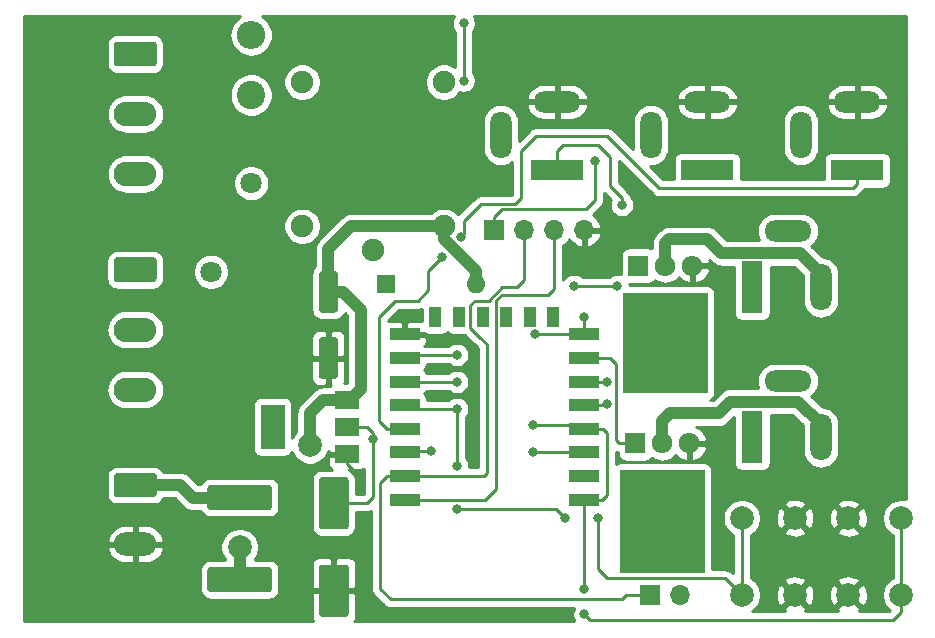
<source format=gbr>
G04 #@! TF.GenerationSoftware,KiCad,Pcbnew,(5.1.2)-2*
G04 #@! TF.CreationDate,2020-09-10T18:09:44+02:00*
G04 #@! TF.ProjectId,enclosure_helper,656e636c-6f73-4757-9265-5f68656c7065,rev?*
G04 #@! TF.SameCoordinates,Original*
G04 #@! TF.FileFunction,Copper,L1,Top*
G04 #@! TF.FilePolarity,Positive*
%FSLAX46Y46*%
G04 Gerber Fmt 4.6, Leading zero omitted, Abs format (unit mm)*
G04 Created by KiCad (PCBNEW (5.1.2)-2) date 2020-09-10 18:09:44*
%MOMM*%
%LPD*%
G04 APERTURE LIST*
%ADD10C,0.100000*%
%ADD11C,2.100000*%
%ADD12C,1.800000*%
%ADD13R,4.400000X1.800000*%
%ADD14O,4.000000X1.800000*%
%ADD15O,1.800000X4.000000*%
%ADD16C,1.900000*%
%ADD17O,2.400000X2.400000*%
%ADD18C,2.400000*%
%ADD19C,0.500000*%
%ADD20C,1.600000*%
%ADD21O,1.700000X1.700000*%
%ADD22R,1.700000X1.700000*%
%ADD23R,2.000000X1.500000*%
%ADD24R,2.000000X3.800000*%
%ADD25C,2.500000*%
%ADD26O,3.600000X2.080000*%
%ADD27C,2.080000*%
%ADD28O,3.600000X2.000000*%
%ADD29C,2.000000*%
%ADD30O,1.717500X1.800000*%
%ADD31R,1.717500X1.800000*%
%ADD32O,1.600000X1.600000*%
%ADD33R,1.600000X1.600000*%
%ADD34R,2.500000X1.000000*%
%ADD35R,1.000000X1.800000*%
%ADD36R,1.800000X4.400000*%
%ADD37C,0.800000*%
%ADD38C,0.250000*%
%ADD39C,1.000000*%
%ADD40C,0.254000*%
G04 APERTURE END LIST*
D10*
G36*
X167017700Y-117271800D02*
G01*
X159905700Y-117271800D01*
X159905700Y-108635800D01*
X167017700Y-108635800D01*
X167017700Y-117271800D01*
G37*
X167017700Y-117271800D02*
X159905700Y-117271800D01*
X159905700Y-108635800D01*
X167017700Y-108635800D01*
X167017700Y-117271800D01*
G36*
X167271700Y-95554800D02*
G01*
X160159700Y-95554800D01*
X160159700Y-93649800D01*
X167271700Y-93649800D01*
X167271700Y-95554800D01*
G37*
X167271700Y-95554800D02*
X160159700Y-95554800D01*
X160159700Y-93649800D01*
X167271700Y-93649800D01*
X167271700Y-95554800D01*
G36*
X167271700Y-102031800D02*
G01*
X160159700Y-102031800D01*
X160159700Y-95554800D01*
X167271700Y-95554800D01*
X167271700Y-102031800D01*
G37*
X167271700Y-102031800D02*
X160159700Y-102031800D01*
X160159700Y-95554800D01*
X167271700Y-95554800D01*
X167271700Y-102031800D01*
G36*
X164739700Y-116501100D02*
G01*
X165739700Y-116501100D01*
X165739700Y-117001100D01*
X164739700Y-117001100D01*
X164739700Y-116501100D01*
G37*
G36*
X164752400Y-101324600D02*
G01*
X165752400Y-101324600D01*
X165752400Y-101824600D01*
X164752400Y-101824600D01*
X164752400Y-101324600D01*
G37*
G36*
X130172604Y-109885704D02*
G01*
X130196873Y-109889304D01*
X130220671Y-109895265D01*
X130243771Y-109903530D01*
X130265949Y-109914020D01*
X130286993Y-109926633D01*
X130306698Y-109941247D01*
X130324877Y-109957723D01*
X130341353Y-109975902D01*
X130355967Y-109995607D01*
X130368580Y-110016651D01*
X130379070Y-110038829D01*
X130387335Y-110061929D01*
X130393296Y-110085727D01*
X130396896Y-110109996D01*
X130398100Y-110134500D01*
X130398100Y-111734500D01*
X130396896Y-111759004D01*
X130393296Y-111783273D01*
X130387335Y-111807071D01*
X130379070Y-111830171D01*
X130368580Y-111852349D01*
X130355967Y-111873393D01*
X130341353Y-111893098D01*
X130324877Y-111911277D01*
X130306698Y-111927753D01*
X130286993Y-111942367D01*
X130265949Y-111954980D01*
X130243771Y-111965470D01*
X130220671Y-111973735D01*
X130196873Y-111979696D01*
X130172604Y-111983296D01*
X130148100Y-111984500D01*
X125198100Y-111984500D01*
X125173596Y-111983296D01*
X125149327Y-111979696D01*
X125125529Y-111973735D01*
X125102429Y-111965470D01*
X125080251Y-111954980D01*
X125059207Y-111942367D01*
X125039502Y-111927753D01*
X125021323Y-111911277D01*
X125004847Y-111893098D01*
X124990233Y-111873393D01*
X124977620Y-111852349D01*
X124967130Y-111830171D01*
X124958865Y-111807071D01*
X124952904Y-111783273D01*
X124949304Y-111759004D01*
X124948100Y-111734500D01*
X124948100Y-110134500D01*
X124949304Y-110109996D01*
X124952904Y-110085727D01*
X124958865Y-110061929D01*
X124967130Y-110038829D01*
X124977620Y-110016651D01*
X124990233Y-109995607D01*
X125004847Y-109975902D01*
X125021323Y-109957723D01*
X125039502Y-109941247D01*
X125059207Y-109926633D01*
X125080251Y-109914020D01*
X125102429Y-109903530D01*
X125125529Y-109895265D01*
X125149327Y-109889304D01*
X125173596Y-109885704D01*
X125198100Y-109884500D01*
X130148100Y-109884500D01*
X130172604Y-109885704D01*
X130172604Y-109885704D01*
G37*
D11*
X127673100Y-110934500D03*
D10*
G36*
X130172604Y-116835704D02*
G01*
X130196873Y-116839304D01*
X130220671Y-116845265D01*
X130243771Y-116853530D01*
X130265949Y-116864020D01*
X130286993Y-116876633D01*
X130306698Y-116891247D01*
X130324877Y-116907723D01*
X130341353Y-116925902D01*
X130355967Y-116945607D01*
X130368580Y-116966651D01*
X130379070Y-116988829D01*
X130387335Y-117011929D01*
X130393296Y-117035727D01*
X130396896Y-117059996D01*
X130398100Y-117084500D01*
X130398100Y-118684500D01*
X130396896Y-118709004D01*
X130393296Y-118733273D01*
X130387335Y-118757071D01*
X130379070Y-118780171D01*
X130368580Y-118802349D01*
X130355967Y-118823393D01*
X130341353Y-118843098D01*
X130324877Y-118861277D01*
X130306698Y-118877753D01*
X130286993Y-118892367D01*
X130265949Y-118904980D01*
X130243771Y-118915470D01*
X130220671Y-118923735D01*
X130196873Y-118929696D01*
X130172604Y-118933296D01*
X130148100Y-118934500D01*
X125198100Y-118934500D01*
X125173596Y-118933296D01*
X125149327Y-118929696D01*
X125125529Y-118923735D01*
X125102429Y-118915470D01*
X125080251Y-118904980D01*
X125059207Y-118892367D01*
X125039502Y-118877753D01*
X125021323Y-118861277D01*
X125004847Y-118843098D01*
X124990233Y-118823393D01*
X124977620Y-118802349D01*
X124967130Y-118780171D01*
X124958865Y-118757071D01*
X124952904Y-118733273D01*
X124949304Y-118709004D01*
X124948100Y-118684500D01*
X124948100Y-117084500D01*
X124949304Y-117059996D01*
X124952904Y-117035727D01*
X124958865Y-117011929D01*
X124967130Y-116988829D01*
X124977620Y-116966651D01*
X124990233Y-116945607D01*
X125004847Y-116925902D01*
X125021323Y-116907723D01*
X125039502Y-116891247D01*
X125059207Y-116876633D01*
X125080251Y-116864020D01*
X125102429Y-116853530D01*
X125125529Y-116845265D01*
X125149327Y-116839304D01*
X125173596Y-116835704D01*
X125198100Y-116834500D01*
X130148100Y-116834500D01*
X130172604Y-116835704D01*
X130172604Y-116835704D01*
G37*
D11*
X127673100Y-117884500D03*
D12*
X125251000Y-91815300D03*
X128651000Y-84315300D03*
D13*
X154571700Y-83235800D03*
D14*
X154571700Y-77435800D03*
D15*
X149771700Y-80235800D03*
D16*
X132969700Y-75769800D03*
X144969700Y-75769800D03*
X138969700Y-89969800D03*
X132969700Y-87969800D03*
X144969700Y-87969800D03*
D17*
X128651000Y-71780400D03*
D18*
X128651000Y-76860400D03*
D19*
X165739700Y-116751100D03*
X164739700Y-116751100D03*
X165752400Y-101574600D03*
X164752400Y-101574600D03*
D10*
G36*
X135758384Y-97373084D02*
G01*
X135782653Y-97376684D01*
X135806451Y-97382645D01*
X135829551Y-97390910D01*
X135851729Y-97401400D01*
X135872773Y-97414013D01*
X135892478Y-97428627D01*
X135910657Y-97445103D01*
X135927133Y-97463282D01*
X135941747Y-97482987D01*
X135954360Y-97504031D01*
X135964850Y-97526209D01*
X135973115Y-97549309D01*
X135979076Y-97573107D01*
X135982676Y-97597376D01*
X135983880Y-97621880D01*
X135983880Y-100621880D01*
X135982676Y-100646384D01*
X135979076Y-100670653D01*
X135973115Y-100694451D01*
X135964850Y-100717551D01*
X135954360Y-100739729D01*
X135941747Y-100760773D01*
X135927133Y-100780478D01*
X135910657Y-100798657D01*
X135892478Y-100815133D01*
X135872773Y-100829747D01*
X135851729Y-100842360D01*
X135829551Y-100852850D01*
X135806451Y-100861115D01*
X135782653Y-100867076D01*
X135758384Y-100870676D01*
X135733880Y-100871880D01*
X134633880Y-100871880D01*
X134609376Y-100870676D01*
X134585107Y-100867076D01*
X134561309Y-100861115D01*
X134538209Y-100852850D01*
X134516031Y-100842360D01*
X134494987Y-100829747D01*
X134475282Y-100815133D01*
X134457103Y-100798657D01*
X134440627Y-100780478D01*
X134426013Y-100760773D01*
X134413400Y-100739729D01*
X134402910Y-100717551D01*
X134394645Y-100694451D01*
X134388684Y-100670653D01*
X134385084Y-100646384D01*
X134383880Y-100621880D01*
X134383880Y-97621880D01*
X134385084Y-97597376D01*
X134388684Y-97573107D01*
X134394645Y-97549309D01*
X134402910Y-97526209D01*
X134413400Y-97504031D01*
X134426013Y-97482987D01*
X134440627Y-97463282D01*
X134457103Y-97445103D01*
X134475282Y-97428627D01*
X134494987Y-97414013D01*
X134516031Y-97401400D01*
X134538209Y-97390910D01*
X134561309Y-97382645D01*
X134585107Y-97376684D01*
X134609376Y-97373084D01*
X134633880Y-97371880D01*
X135733880Y-97371880D01*
X135758384Y-97373084D01*
X135758384Y-97373084D01*
G37*
D20*
X135183880Y-99121880D03*
D10*
G36*
X135758384Y-91773084D02*
G01*
X135782653Y-91776684D01*
X135806451Y-91782645D01*
X135829551Y-91790910D01*
X135851729Y-91801400D01*
X135872773Y-91814013D01*
X135892478Y-91828627D01*
X135910657Y-91845103D01*
X135927133Y-91863282D01*
X135941747Y-91882987D01*
X135954360Y-91904031D01*
X135964850Y-91926209D01*
X135973115Y-91949309D01*
X135979076Y-91973107D01*
X135982676Y-91997376D01*
X135983880Y-92021880D01*
X135983880Y-95021880D01*
X135982676Y-95046384D01*
X135979076Y-95070653D01*
X135973115Y-95094451D01*
X135964850Y-95117551D01*
X135954360Y-95139729D01*
X135941747Y-95160773D01*
X135927133Y-95180478D01*
X135910657Y-95198657D01*
X135892478Y-95215133D01*
X135872773Y-95229747D01*
X135851729Y-95242360D01*
X135829551Y-95252850D01*
X135806451Y-95261115D01*
X135782653Y-95267076D01*
X135758384Y-95270676D01*
X135733880Y-95271880D01*
X134633880Y-95271880D01*
X134609376Y-95270676D01*
X134585107Y-95267076D01*
X134561309Y-95261115D01*
X134538209Y-95252850D01*
X134516031Y-95242360D01*
X134494987Y-95229747D01*
X134475282Y-95215133D01*
X134457103Y-95198657D01*
X134440627Y-95180478D01*
X134426013Y-95160773D01*
X134413400Y-95139729D01*
X134402910Y-95117551D01*
X134394645Y-95094451D01*
X134388684Y-95070653D01*
X134385084Y-95046384D01*
X134383880Y-95021880D01*
X134383880Y-92021880D01*
X134385084Y-91997376D01*
X134388684Y-91973107D01*
X134394645Y-91949309D01*
X134402910Y-91926209D01*
X134413400Y-91904031D01*
X134426013Y-91882987D01*
X134440627Y-91863282D01*
X134457103Y-91845103D01*
X134475282Y-91828627D01*
X134494987Y-91814013D01*
X134516031Y-91801400D01*
X134538209Y-91790910D01*
X134561309Y-91782645D01*
X134585107Y-91776684D01*
X134609376Y-91773084D01*
X134633880Y-91771880D01*
X135733880Y-91771880D01*
X135758384Y-91773084D01*
X135758384Y-91773084D01*
G37*
D20*
X135183880Y-93521880D03*
D13*
X167271700Y-83235800D03*
D14*
X167271700Y-77435800D03*
D15*
X162471700Y-80235800D03*
D21*
X164998400Y-119214900D03*
D22*
X162458400Y-119214900D03*
D23*
X136766700Y-107252800D03*
X136766700Y-102652800D03*
X136766700Y-104952800D03*
D24*
X130466700Y-104952800D03*
D10*
G36*
X136673204Y-116614004D02*
G01*
X136697473Y-116617604D01*
X136721271Y-116623565D01*
X136744371Y-116631830D01*
X136766549Y-116642320D01*
X136787593Y-116654933D01*
X136807298Y-116669547D01*
X136825477Y-116686023D01*
X136841953Y-116704202D01*
X136856567Y-116723907D01*
X136869180Y-116744951D01*
X136879670Y-116767129D01*
X136887935Y-116790229D01*
X136893896Y-116814027D01*
X136897496Y-116838296D01*
X136898700Y-116862800D01*
X136898700Y-120762800D01*
X136897496Y-120787304D01*
X136893896Y-120811573D01*
X136887935Y-120835371D01*
X136879670Y-120858471D01*
X136869180Y-120880649D01*
X136856567Y-120901693D01*
X136841953Y-120921398D01*
X136825477Y-120939577D01*
X136807298Y-120956053D01*
X136787593Y-120970667D01*
X136766549Y-120983280D01*
X136744371Y-120993770D01*
X136721271Y-121002035D01*
X136697473Y-121007996D01*
X136673204Y-121011596D01*
X136648700Y-121012800D01*
X134648700Y-121012800D01*
X134624196Y-121011596D01*
X134599927Y-121007996D01*
X134576129Y-121002035D01*
X134553029Y-120993770D01*
X134530851Y-120983280D01*
X134509807Y-120970667D01*
X134490102Y-120956053D01*
X134471923Y-120939577D01*
X134455447Y-120921398D01*
X134440833Y-120901693D01*
X134428220Y-120880649D01*
X134417730Y-120858471D01*
X134409465Y-120835371D01*
X134403504Y-120811573D01*
X134399904Y-120787304D01*
X134398700Y-120762800D01*
X134398700Y-116862800D01*
X134399904Y-116838296D01*
X134403504Y-116814027D01*
X134409465Y-116790229D01*
X134417730Y-116767129D01*
X134428220Y-116744951D01*
X134440833Y-116723907D01*
X134455447Y-116704202D01*
X134471923Y-116686023D01*
X134490102Y-116669547D01*
X134509807Y-116654933D01*
X134530851Y-116642320D01*
X134553029Y-116631830D01*
X134576129Y-116623565D01*
X134599927Y-116617604D01*
X134624196Y-116614004D01*
X134648700Y-116612800D01*
X136648700Y-116612800D01*
X136673204Y-116614004D01*
X136673204Y-116614004D01*
G37*
D25*
X135648700Y-118812800D03*
D10*
G36*
X136673204Y-109214004D02*
G01*
X136697473Y-109217604D01*
X136721271Y-109223565D01*
X136744371Y-109231830D01*
X136766549Y-109242320D01*
X136787593Y-109254933D01*
X136807298Y-109269547D01*
X136825477Y-109286023D01*
X136841953Y-109304202D01*
X136856567Y-109323907D01*
X136869180Y-109344951D01*
X136879670Y-109367129D01*
X136887935Y-109390229D01*
X136893896Y-109414027D01*
X136897496Y-109438296D01*
X136898700Y-109462800D01*
X136898700Y-113362800D01*
X136897496Y-113387304D01*
X136893896Y-113411573D01*
X136887935Y-113435371D01*
X136879670Y-113458471D01*
X136869180Y-113480649D01*
X136856567Y-113501693D01*
X136841953Y-113521398D01*
X136825477Y-113539577D01*
X136807298Y-113556053D01*
X136787593Y-113570667D01*
X136766549Y-113583280D01*
X136744371Y-113593770D01*
X136721271Y-113602035D01*
X136697473Y-113607996D01*
X136673204Y-113611596D01*
X136648700Y-113612800D01*
X134648700Y-113612800D01*
X134624196Y-113611596D01*
X134599927Y-113607996D01*
X134576129Y-113602035D01*
X134553029Y-113593770D01*
X134530851Y-113583280D01*
X134509807Y-113570667D01*
X134490102Y-113556053D01*
X134471923Y-113539577D01*
X134455447Y-113521398D01*
X134440833Y-113501693D01*
X134428220Y-113480649D01*
X134417730Y-113458471D01*
X134409465Y-113435371D01*
X134403504Y-113411573D01*
X134399904Y-113387304D01*
X134398700Y-113362800D01*
X134398700Y-109462800D01*
X134399904Y-109438296D01*
X134403504Y-109414027D01*
X134409465Y-109390229D01*
X134417730Y-109367129D01*
X134428220Y-109344951D01*
X134440833Y-109323907D01*
X134455447Y-109304202D01*
X134471923Y-109286023D01*
X134490102Y-109269547D01*
X134509807Y-109254933D01*
X134530851Y-109242320D01*
X134553029Y-109231830D01*
X134576129Y-109223565D01*
X134599927Y-109217604D01*
X134624196Y-109214004D01*
X134648700Y-109212800D01*
X136648700Y-109212800D01*
X136673204Y-109214004D01*
X136673204Y-109214004D01*
G37*
D25*
X135648700Y-111412800D03*
D26*
X118846600Y-83540600D03*
X118846600Y-78460600D03*
D10*
G36*
X120421105Y-72341804D02*
G01*
X120445373Y-72345404D01*
X120469172Y-72351365D01*
X120492271Y-72359630D01*
X120514450Y-72370120D01*
X120535493Y-72382732D01*
X120555199Y-72397347D01*
X120573377Y-72413823D01*
X120589853Y-72432001D01*
X120604468Y-72451707D01*
X120617080Y-72472750D01*
X120627570Y-72494929D01*
X120635835Y-72518028D01*
X120641796Y-72541827D01*
X120645396Y-72566095D01*
X120646600Y-72590599D01*
X120646600Y-74170601D01*
X120645396Y-74195105D01*
X120641796Y-74219373D01*
X120635835Y-74243172D01*
X120627570Y-74266271D01*
X120617080Y-74288450D01*
X120604468Y-74309493D01*
X120589853Y-74329199D01*
X120573377Y-74347377D01*
X120555199Y-74363853D01*
X120535493Y-74378468D01*
X120514450Y-74391080D01*
X120492271Y-74401570D01*
X120469172Y-74409835D01*
X120445373Y-74415796D01*
X120421105Y-74419396D01*
X120396601Y-74420600D01*
X117296599Y-74420600D01*
X117272095Y-74419396D01*
X117247827Y-74415796D01*
X117224028Y-74409835D01*
X117200929Y-74401570D01*
X117178750Y-74391080D01*
X117157707Y-74378468D01*
X117138001Y-74363853D01*
X117119823Y-74347377D01*
X117103347Y-74329199D01*
X117088732Y-74309493D01*
X117076120Y-74288450D01*
X117065630Y-74266271D01*
X117057365Y-74243172D01*
X117051404Y-74219373D01*
X117047804Y-74195105D01*
X117046600Y-74170601D01*
X117046600Y-72590599D01*
X117047804Y-72566095D01*
X117051404Y-72541827D01*
X117057365Y-72518028D01*
X117065630Y-72494929D01*
X117076120Y-72472750D01*
X117088732Y-72451707D01*
X117103347Y-72432001D01*
X117119823Y-72413823D01*
X117138001Y-72397347D01*
X117157707Y-72382732D01*
X117178750Y-72370120D01*
X117200929Y-72359630D01*
X117224028Y-72351365D01*
X117247827Y-72345404D01*
X117272095Y-72341804D01*
X117296599Y-72340600D01*
X120396601Y-72340600D01*
X120421105Y-72341804D01*
X120421105Y-72341804D01*
G37*
D27*
X118846600Y-73380600D03*
D26*
X118833900Y-101803200D03*
X118833900Y-96723200D03*
D10*
G36*
X120408405Y-90604404D02*
G01*
X120432673Y-90608004D01*
X120456472Y-90613965D01*
X120479571Y-90622230D01*
X120501750Y-90632720D01*
X120522793Y-90645332D01*
X120542499Y-90659947D01*
X120560677Y-90676423D01*
X120577153Y-90694601D01*
X120591768Y-90714307D01*
X120604380Y-90735350D01*
X120614870Y-90757529D01*
X120623135Y-90780628D01*
X120629096Y-90804427D01*
X120632696Y-90828695D01*
X120633900Y-90853199D01*
X120633900Y-92433201D01*
X120632696Y-92457705D01*
X120629096Y-92481973D01*
X120623135Y-92505772D01*
X120614870Y-92528871D01*
X120604380Y-92551050D01*
X120591768Y-92572093D01*
X120577153Y-92591799D01*
X120560677Y-92609977D01*
X120542499Y-92626453D01*
X120522793Y-92641068D01*
X120501750Y-92653680D01*
X120479571Y-92664170D01*
X120456472Y-92672435D01*
X120432673Y-92678396D01*
X120408405Y-92681996D01*
X120383901Y-92683200D01*
X117283899Y-92683200D01*
X117259395Y-92681996D01*
X117235127Y-92678396D01*
X117211328Y-92672435D01*
X117188229Y-92664170D01*
X117166050Y-92653680D01*
X117145007Y-92641068D01*
X117125301Y-92626453D01*
X117107123Y-92609977D01*
X117090647Y-92591799D01*
X117076032Y-92572093D01*
X117063420Y-92551050D01*
X117052930Y-92528871D01*
X117044665Y-92505772D01*
X117038704Y-92481973D01*
X117035104Y-92457705D01*
X117033900Y-92433201D01*
X117033900Y-90853199D01*
X117035104Y-90828695D01*
X117038704Y-90804427D01*
X117044665Y-90780628D01*
X117052930Y-90757529D01*
X117063420Y-90735350D01*
X117076032Y-90714307D01*
X117090647Y-90694601D01*
X117107123Y-90676423D01*
X117125301Y-90659947D01*
X117145007Y-90645332D01*
X117166050Y-90632720D01*
X117188229Y-90622230D01*
X117211328Y-90613965D01*
X117235127Y-90608004D01*
X117259395Y-90604404D01*
X117283899Y-90603200D01*
X120383901Y-90603200D01*
X120408405Y-90604404D01*
X120408405Y-90604404D01*
G37*
D27*
X118833900Y-91643200D03*
D28*
X118846600Y-114880400D03*
D10*
G36*
X120421104Y-108881604D02*
G01*
X120445373Y-108885204D01*
X120469171Y-108891165D01*
X120492271Y-108899430D01*
X120514449Y-108909920D01*
X120535493Y-108922533D01*
X120555198Y-108937147D01*
X120573377Y-108953623D01*
X120589853Y-108971802D01*
X120604467Y-108991507D01*
X120617080Y-109012551D01*
X120627570Y-109034729D01*
X120635835Y-109057829D01*
X120641796Y-109081627D01*
X120645396Y-109105896D01*
X120646600Y-109130400D01*
X120646600Y-110630400D01*
X120645396Y-110654904D01*
X120641796Y-110679173D01*
X120635835Y-110702971D01*
X120627570Y-110726071D01*
X120617080Y-110748249D01*
X120604467Y-110769293D01*
X120589853Y-110788998D01*
X120573377Y-110807177D01*
X120555198Y-110823653D01*
X120535493Y-110838267D01*
X120514449Y-110850880D01*
X120492271Y-110861370D01*
X120469171Y-110869635D01*
X120445373Y-110875596D01*
X120421104Y-110879196D01*
X120396600Y-110880400D01*
X117296600Y-110880400D01*
X117272096Y-110879196D01*
X117247827Y-110875596D01*
X117224029Y-110869635D01*
X117200929Y-110861370D01*
X117178751Y-110850880D01*
X117157707Y-110838267D01*
X117138002Y-110823653D01*
X117119823Y-110807177D01*
X117103347Y-110788998D01*
X117088733Y-110769293D01*
X117076120Y-110748249D01*
X117065630Y-110726071D01*
X117057365Y-110702971D01*
X117051404Y-110679173D01*
X117047804Y-110654904D01*
X117046600Y-110630400D01*
X117046600Y-109130400D01*
X117047804Y-109105896D01*
X117051404Y-109081627D01*
X117057365Y-109057829D01*
X117065630Y-109034729D01*
X117076120Y-109012551D01*
X117088733Y-108991507D01*
X117103347Y-108971802D01*
X117119823Y-108953623D01*
X117138002Y-108937147D01*
X117157707Y-108922533D01*
X117178751Y-108909920D01*
X117200929Y-108899430D01*
X117224029Y-108891165D01*
X117247827Y-108885204D01*
X117272096Y-108881604D01*
X117296600Y-108880400D01*
X120396600Y-108880400D01*
X120421104Y-108881604D01*
X120421104Y-108881604D01*
G37*
D29*
X118846600Y-109880400D03*
D30*
X166005700Y-91296467D03*
X163715700Y-91296467D03*
D31*
X161425700Y-91296467D03*
D30*
X165755700Y-106349800D03*
X163465700Y-106349800D03*
D31*
X161175700Y-106349800D03*
D21*
X156857700Y-88315800D03*
X154317700Y-88315800D03*
X151777700Y-88315800D03*
D22*
X149237700Y-88315800D03*
D32*
X147713700Y-92887800D03*
D33*
X140093700Y-92887800D03*
D34*
X156837700Y-111119800D03*
X156837700Y-109119800D03*
X156837700Y-107119800D03*
X156837700Y-105119800D03*
X156837700Y-103119800D03*
X156837700Y-101119800D03*
X156837700Y-99119800D03*
X156837700Y-97119800D03*
D35*
X154237700Y-95619800D03*
X152237700Y-95619800D03*
X150237700Y-95619800D03*
X148237700Y-95619800D03*
X146237700Y-95619800D03*
X144237700Y-95619800D03*
D34*
X141637700Y-97119800D03*
X141637700Y-99119800D03*
X141637700Y-101119800D03*
X141637700Y-103119800D03*
X141637700Y-105119800D03*
X141637700Y-107119800D03*
X141637700Y-109119800D03*
X141637700Y-111119800D03*
D13*
X179971700Y-83235800D03*
D14*
X179971700Y-77435800D03*
D15*
X175171700Y-80235800D03*
D36*
X171081700Y-105841800D03*
D15*
X176881700Y-105841800D03*
D14*
X174081700Y-101041800D03*
D36*
X171081700Y-93141800D03*
D15*
X176881700Y-93141800D03*
D14*
X174081700Y-88341800D03*
D29*
X170192700Y-112676800D03*
X174692700Y-112676800D03*
X170192700Y-119176800D03*
X174692700Y-119176800D03*
X179209700Y-112676800D03*
X183709700Y-112676800D03*
X179209700Y-119176800D03*
X183709700Y-119176800D03*
D37*
X160032700Y-86156800D03*
X137807700Y-109143800D03*
X141643100Y-95879920D03*
D29*
X135445500Y-80111600D03*
X133616700Y-106507280D03*
D37*
X146391753Y-88913847D03*
X144818100Y-90563700D03*
X143903700Y-106984800D03*
X152666700Y-97119802D03*
X157746700Y-82473800D03*
X156857700Y-95681800D03*
X138950700Y-105968800D03*
X158762700Y-101142800D03*
X158799700Y-103047800D03*
X159651700Y-93014800D03*
X155968700Y-93014800D03*
X152539700Y-107111800D03*
X152539700Y-104825800D03*
X156857700Y-120827800D03*
X156857700Y-118668800D03*
X146062700Y-103428800D03*
X146062700Y-108254800D03*
X146062700Y-111937800D03*
X155206700Y-112699800D03*
X158000700Y-112699800D03*
X146062700Y-101142800D03*
X146062700Y-98856800D03*
D29*
X127685800Y-115138200D03*
D37*
X161429700Y-96189800D03*
X161429700Y-97713800D03*
X161429700Y-99237800D03*
X161429700Y-100761800D03*
X162953700Y-100761800D03*
X162953700Y-99237800D03*
X162953700Y-97713800D03*
X162953700Y-96189800D03*
X164477700Y-96189800D03*
X164477700Y-97713800D03*
X164477700Y-99237800D03*
X164477700Y-100761800D03*
X166001700Y-100761800D03*
X166001700Y-99237800D03*
X166001700Y-97713800D03*
X166001700Y-96189800D03*
X161175700Y-111175800D03*
X161175700Y-112699800D03*
X161175700Y-114223800D03*
X161175700Y-115747800D03*
X162699700Y-111175800D03*
X164223700Y-111175800D03*
X165747700Y-111175800D03*
X165747700Y-112699800D03*
X164223700Y-112699800D03*
X162699700Y-112699800D03*
X162699700Y-114223800D03*
X164223700Y-114223800D03*
X165747700Y-114223800D03*
X162699700Y-115747800D03*
X164223700Y-115747800D03*
X165747700Y-115747800D03*
X146646900Y-75641200D03*
X146646900Y-70789800D03*
D38*
X160032700Y-85591115D02*
X159016700Y-84575115D01*
X160032700Y-86156800D02*
X160032700Y-85591115D01*
X159016700Y-84575115D02*
X159016700Y-82092800D01*
X159016700Y-82092800D02*
X158000700Y-81076800D01*
X158000700Y-81076800D02*
X155079700Y-81076800D01*
X154571700Y-81584800D02*
X154571700Y-83235800D01*
X155079700Y-81076800D02*
X154571700Y-81584800D01*
X141637700Y-97119800D02*
X141637700Y-95885320D01*
X141637700Y-95885320D02*
X141643100Y-95879920D01*
X136766700Y-108102800D02*
X137807700Y-109143800D01*
X136766700Y-107252800D02*
X136766700Y-108102800D01*
D39*
X144969700Y-89047430D02*
X146651070Y-90728800D01*
X144969700Y-87969800D02*
X144969700Y-89047430D01*
X146651070Y-90728800D02*
X146697700Y-90728800D01*
X147713700Y-91744800D02*
X147713700Y-92887800D01*
X146697700Y-90728800D02*
X147713700Y-91744800D01*
X136766700Y-102652800D02*
X137016700Y-102652800D01*
X137016700Y-102652800D02*
X137934700Y-101734800D01*
X134766700Y-102652800D02*
X136766700Y-102652800D01*
X133616700Y-103802800D02*
X134766700Y-102652800D01*
X133616700Y-106507280D02*
X133616700Y-103802800D01*
X135183880Y-89923620D02*
X135183880Y-93521880D01*
X144969700Y-87969800D02*
X137137700Y-87969800D01*
X137137700Y-87969800D02*
X135183880Y-89923620D01*
X136083880Y-93521880D02*
X136088040Y-93517720D01*
X135183880Y-93521880D02*
X136083880Y-93521880D01*
X137934700Y-95067120D02*
X137934700Y-101734800D01*
X136385300Y-93517720D02*
X137934700Y-95067120D01*
X136088040Y-93517720D02*
X136385300Y-93517720D01*
X176881700Y-105841800D02*
X176881700Y-104529800D01*
X176881700Y-104741800D02*
X176881700Y-105841800D01*
X163465700Y-104449800D02*
X164105700Y-103809800D01*
X164105700Y-103809800D02*
X168224200Y-103809800D01*
X163465700Y-106349800D02*
X163465700Y-104449800D01*
X168224200Y-103809800D02*
X169227500Y-102806500D01*
X169227500Y-102806500D02*
X174946400Y-102806500D01*
X174946400Y-102806500D02*
X176881700Y-104741800D01*
D38*
X140137700Y-105119800D02*
X139458700Y-104440800D01*
X141637700Y-105119800D02*
X140137700Y-105119800D01*
X139458700Y-104440800D02*
X139458700Y-95681800D01*
X139458700Y-95681800D02*
X140855700Y-94284800D01*
X142760700Y-94284800D02*
X143649700Y-93395800D01*
X140855700Y-94284800D02*
X142760700Y-94284800D01*
X148125610Y-86087790D02*
X146659600Y-87553800D01*
X143649700Y-93395800D02*
X143649700Y-91719400D01*
X143649700Y-91719400D02*
X143662400Y-91719400D01*
X143662400Y-91719400D02*
X144818100Y-90563700D01*
X151021210Y-86087790D02*
X149751210Y-86087790D01*
X151523700Y-85585300D02*
X151021210Y-86087790D01*
X151523700Y-81584800D02*
X151523700Y-85585300D01*
X152793700Y-80314800D02*
X151523700Y-81584800D01*
X163207700Y-84759800D02*
X158762700Y-80314800D01*
X179590700Y-84759800D02*
X163207700Y-84759800D01*
X149751210Y-86087790D02*
X148125610Y-86087790D01*
X150017910Y-86087790D02*
X149751210Y-86087790D01*
X179971700Y-83235800D02*
X179971700Y-84385800D01*
X158762700Y-80314800D02*
X152793700Y-80314800D01*
X179971700Y-84385800D02*
X179851700Y-84505800D01*
X179851700Y-84505800D02*
X179844700Y-84505800D01*
X179844700Y-84505800D02*
X179590700Y-84759800D01*
X146659600Y-87553800D02*
X146659600Y-88646000D01*
X146659600Y-88646000D02*
X146391753Y-88913847D01*
X141772700Y-106984800D02*
X141637700Y-107119800D01*
X143903700Y-106984800D02*
X141772700Y-106984800D01*
D39*
X163715700Y-91296467D02*
X163715700Y-89396467D01*
X163715700Y-89396467D02*
X164034367Y-89077800D01*
X164034367Y-89077800D02*
X167271700Y-89077800D01*
X176881700Y-92041800D02*
X176881700Y-93141800D01*
X167271700Y-89077800D02*
X168435699Y-90241799D01*
X168435699Y-90241799D02*
X175081699Y-90241799D01*
X175081699Y-90241799D02*
X176881700Y-92041800D01*
D38*
X156837698Y-97119802D02*
X156837700Y-97119800D01*
X152666700Y-97119802D02*
X156837698Y-97119802D01*
X135648700Y-111412800D02*
X138459700Y-111412800D01*
X138459700Y-111412800D02*
X138950700Y-110921800D01*
X138442700Y-104952800D02*
X136766700Y-104952800D01*
X138950700Y-105460800D02*
X138442700Y-104952800D01*
X149237700Y-87215800D02*
X149915700Y-86537800D01*
X149237700Y-88315800D02*
X149237700Y-87215800D01*
X149915700Y-86537800D02*
X156984700Y-86537800D01*
X156984700Y-86537800D02*
X157746700Y-85775800D01*
X157746700Y-85775800D02*
X157746700Y-82473800D01*
X156837700Y-97119800D02*
X156837700Y-95701800D01*
X156837700Y-95701800D02*
X156857700Y-95681800D01*
X138950700Y-105968800D02*
X138950700Y-105460800D01*
X138950700Y-110921800D02*
X138950700Y-105968800D01*
X143137700Y-111119800D02*
X143193700Y-111175800D01*
X141637700Y-111119800D02*
X143137700Y-111119800D01*
X143193700Y-111175800D02*
X148475700Y-111175800D01*
X149412699Y-110238801D02*
X149412699Y-94236801D01*
X148475700Y-111175800D02*
X149412699Y-110238801D01*
X149412699Y-94236801D02*
X149872700Y-93776800D01*
X149872700Y-93776800D02*
X153809700Y-93776800D01*
X154317700Y-93268800D02*
X154317700Y-88315800D01*
X153809700Y-93776800D02*
X154317700Y-93268800D01*
X158337700Y-99119800D02*
X158346700Y-99110800D01*
X156837700Y-99119800D02*
X158337700Y-99119800D01*
X158346700Y-99110800D02*
X159016700Y-99110800D01*
X159016700Y-99110800D02*
X159524700Y-99618800D01*
X159524700Y-99618800D02*
X159524700Y-106095800D01*
X159778700Y-106349800D02*
X161175700Y-106349800D01*
X159524700Y-106095800D02*
X159778700Y-106349800D01*
X156837700Y-101119800D02*
X158739700Y-101119800D01*
X158739700Y-101119800D02*
X158762700Y-101142800D01*
X156837700Y-103119800D02*
X158727700Y-103119800D01*
X158727700Y-103119800D02*
X158799700Y-103047800D01*
X155968700Y-93014800D02*
X159651700Y-93014800D01*
X156829700Y-107111800D02*
X156837700Y-107119800D01*
X152539700Y-107111800D02*
X156829700Y-107111800D01*
X156543700Y-104825800D02*
X156837700Y-105119800D01*
X152539700Y-104825800D02*
X156543700Y-104825800D01*
X183709700Y-119176800D02*
X183709700Y-112676800D01*
X183709700Y-120591013D02*
X182964913Y-121335800D01*
X183709700Y-119176800D02*
X183709700Y-120591013D01*
X182964913Y-121335800D02*
X157365700Y-121335800D01*
X157365700Y-121335800D02*
X156857700Y-120827800D01*
X156857700Y-111139800D02*
X156837700Y-111119800D01*
X156857700Y-118668800D02*
X156857700Y-111139800D01*
X158337700Y-111119800D02*
X158762700Y-110694800D01*
X156837700Y-111119800D02*
X158337700Y-111119800D01*
X158762700Y-110694800D02*
X158762700Y-105460800D01*
X158421700Y-105119800D02*
X156837700Y-105119800D01*
X158762700Y-105460800D02*
X158421700Y-105119800D01*
X141946700Y-103428800D02*
X141637700Y-103119800D01*
X146062700Y-103428800D02*
X141946700Y-103428800D01*
X170192700Y-117762587D02*
X170192700Y-112676800D01*
X170192700Y-119176800D02*
X170192700Y-117762587D01*
X146062700Y-103428800D02*
X146062700Y-108254800D01*
X146062700Y-111937800D02*
X154444700Y-111937800D01*
X154444700Y-111937800D02*
X155206700Y-112699800D01*
X168795700Y-117779800D02*
X170192700Y-119176800D01*
X158762700Y-117779800D02*
X168795700Y-117779800D01*
X158000700Y-112699800D02*
X158000700Y-117017800D01*
X158000700Y-117017800D02*
X158762700Y-117779800D01*
X141660700Y-101142800D02*
X141637700Y-101119800D01*
X146062700Y-101142800D02*
X141660700Y-101142800D01*
X141900700Y-98856800D02*
X141637700Y-99119800D01*
X146062700Y-98856800D02*
X141900700Y-98856800D01*
X139585700Y-118668800D02*
X140474700Y-119557800D01*
X139585700Y-109671800D02*
X139585700Y-118668800D01*
X140137700Y-109119800D02*
X139585700Y-109671800D01*
X141637700Y-109119800D02*
X140137700Y-109119800D01*
X143137700Y-109119800D02*
X143161700Y-109143800D01*
X141637700Y-109119800D02*
X143137700Y-109119800D01*
X143161700Y-109143800D02*
X148348700Y-109143800D01*
X148348700Y-109143800D02*
X148602700Y-108889800D01*
X148746289Y-94266801D02*
X149871290Y-93141800D01*
X147605697Y-94266801D02*
X148746289Y-94266801D01*
X147205700Y-96572802D02*
X147205700Y-94666798D01*
X147205700Y-94666798D02*
X147605697Y-94266801D01*
X149871290Y-93141800D02*
X151142700Y-93141800D01*
X151777700Y-92506800D02*
X151777700Y-88315800D01*
X151142700Y-93141800D02*
X151777700Y-92506800D01*
X148032201Y-97397301D02*
X148602700Y-97967800D01*
X148030199Y-97397301D02*
X148032201Y-97397301D01*
X148602700Y-108889800D02*
X148602700Y-97967800D01*
X148030199Y-97397301D02*
X147205700Y-96572802D01*
X140474700Y-119557800D02*
X160032700Y-119557800D01*
X160375600Y-119214900D02*
X162458400Y-119214900D01*
X160032700Y-119557800D02*
X160375600Y-119214900D01*
D39*
X127673100Y-117884500D02*
X127673100Y-115150900D01*
X127673100Y-115150900D02*
X127685800Y-115138200D01*
X118846600Y-109880400D02*
X122643900Y-109880400D01*
X123698000Y-110934500D02*
X127673100Y-110934500D01*
X122643900Y-109880400D02*
X123698000Y-110934500D01*
D38*
X161429700Y-96189800D02*
X161429700Y-94665800D01*
X161429700Y-94665800D02*
X166001700Y-94665800D01*
X164477700Y-101299900D02*
X164752400Y-101574600D01*
X164477700Y-100761800D02*
X164477700Y-101299900D01*
X164223700Y-116235100D02*
X164739700Y-116751100D01*
X164223700Y-115747800D02*
X164223700Y-116235100D01*
X146646900Y-75641200D02*
X146646900Y-70789800D01*
D40*
G36*
X127626596Y-70247271D02*
G01*
X127347181Y-70476581D01*
X127117871Y-70755996D01*
X126947479Y-71074778D01*
X126842552Y-71420677D01*
X126807122Y-71780400D01*
X126842552Y-72140123D01*
X126947479Y-72486022D01*
X127117871Y-72804804D01*
X127347181Y-73084219D01*
X127626596Y-73313529D01*
X127945378Y-73483921D01*
X128291277Y-73588848D01*
X128560861Y-73615400D01*
X128741139Y-73615400D01*
X129010723Y-73588848D01*
X129356622Y-73483921D01*
X129675404Y-73313529D01*
X129954819Y-73084219D01*
X130184129Y-72804804D01*
X130354521Y-72486022D01*
X130459448Y-72140123D01*
X130494878Y-71780400D01*
X130459448Y-71420677D01*
X130354521Y-71074778D01*
X130184129Y-70755996D01*
X129954819Y-70476581D01*
X129675404Y-70247271D01*
X129595946Y-70204800D01*
X145793001Y-70204800D01*
X145729695Y-70299544D01*
X145651674Y-70487902D01*
X145611900Y-70687861D01*
X145611900Y-70891739D01*
X145651674Y-71091698D01*
X145729695Y-71280056D01*
X145842963Y-71449574D01*
X145886901Y-71493512D01*
X145886900Y-74476390D01*
X145720479Y-74365191D01*
X145432027Y-74245711D01*
X145125809Y-74184800D01*
X144813591Y-74184800D01*
X144507373Y-74245711D01*
X144218921Y-74365191D01*
X143959321Y-74538650D01*
X143738550Y-74759421D01*
X143565091Y-75019021D01*
X143445611Y-75307473D01*
X143384700Y-75613691D01*
X143384700Y-75925909D01*
X143445611Y-76232127D01*
X143565091Y-76520579D01*
X143738550Y-76780179D01*
X143959321Y-77000950D01*
X144218921Y-77174409D01*
X144507373Y-77293889D01*
X144813591Y-77354800D01*
X145125809Y-77354800D01*
X145432027Y-77293889D01*
X145720479Y-77174409D01*
X145875151Y-77071060D01*
X151980664Y-77071060D01*
X152101322Y-77308800D01*
X154444700Y-77308800D01*
X154444700Y-75900800D01*
X154698700Y-75900800D01*
X154698700Y-77308800D01*
X157042078Y-77308800D01*
X157162736Y-77071060D01*
X164680664Y-77071060D01*
X164801322Y-77308800D01*
X167144700Y-77308800D01*
X167144700Y-75900800D01*
X167398700Y-75900800D01*
X167398700Y-77308800D01*
X169742078Y-77308800D01*
X169862736Y-77071060D01*
X177380664Y-77071060D01*
X177501322Y-77308800D01*
X179844700Y-77308800D01*
X179844700Y-75900800D01*
X180098700Y-75900800D01*
X180098700Y-77308800D01*
X182442078Y-77308800D01*
X182562736Y-77071060D01*
X182538455Y-76965713D01*
X182418562Y-76688596D01*
X182246910Y-76440194D01*
X182030096Y-76230052D01*
X181776451Y-76066246D01*
X181495723Y-75955071D01*
X181198700Y-75900800D01*
X180098700Y-75900800D01*
X179844700Y-75900800D01*
X178744700Y-75900800D01*
X178447677Y-75955071D01*
X178166949Y-76066246D01*
X177913304Y-76230052D01*
X177696490Y-76440194D01*
X177524838Y-76688596D01*
X177404945Y-76965713D01*
X177380664Y-77071060D01*
X169862736Y-77071060D01*
X169838455Y-76965713D01*
X169718562Y-76688596D01*
X169546910Y-76440194D01*
X169330096Y-76230052D01*
X169076451Y-76066246D01*
X168795723Y-75955071D01*
X168498700Y-75900800D01*
X167398700Y-75900800D01*
X167144700Y-75900800D01*
X166044700Y-75900800D01*
X165747677Y-75955071D01*
X165466949Y-76066246D01*
X165213304Y-76230052D01*
X164996490Y-76440194D01*
X164824838Y-76688596D01*
X164704945Y-76965713D01*
X164680664Y-77071060D01*
X157162736Y-77071060D01*
X157138455Y-76965713D01*
X157018562Y-76688596D01*
X156846910Y-76440194D01*
X156630096Y-76230052D01*
X156376451Y-76066246D01*
X156095723Y-75955071D01*
X155798700Y-75900800D01*
X154698700Y-75900800D01*
X154444700Y-75900800D01*
X153344700Y-75900800D01*
X153047677Y-75955071D01*
X152766949Y-76066246D01*
X152513304Y-76230052D01*
X152296490Y-76440194D01*
X152124838Y-76688596D01*
X152004945Y-76965713D01*
X151980664Y-77071060D01*
X145875151Y-77071060D01*
X145980079Y-77000950D01*
X146200850Y-76780179D01*
X146307329Y-76620821D01*
X146345002Y-76636426D01*
X146544961Y-76676200D01*
X146748839Y-76676200D01*
X146948798Y-76636426D01*
X147137156Y-76558405D01*
X147306674Y-76445137D01*
X147450837Y-76300974D01*
X147564105Y-76131456D01*
X147642126Y-75943098D01*
X147681900Y-75743139D01*
X147681900Y-75539261D01*
X147642126Y-75339302D01*
X147564105Y-75150944D01*
X147450837Y-74981426D01*
X147406900Y-74937489D01*
X147406900Y-71493511D01*
X147450837Y-71449574D01*
X147564105Y-71280056D01*
X147642126Y-71091698D01*
X147681900Y-70891739D01*
X147681900Y-70687861D01*
X147642126Y-70487902D01*
X147564105Y-70299544D01*
X147500799Y-70204800D01*
X184112701Y-70204800D01*
X184112700Y-111089930D01*
X183870733Y-111041800D01*
X183548667Y-111041800D01*
X183232788Y-111104632D01*
X182935237Y-111227882D01*
X182667448Y-111406813D01*
X182439713Y-111634548D01*
X182260782Y-111902337D01*
X182137532Y-112199888D01*
X182074700Y-112515767D01*
X182074700Y-112837833D01*
X182137532Y-113153712D01*
X182260782Y-113451263D01*
X182439713Y-113719052D01*
X182667448Y-113946787D01*
X182935237Y-114125718D01*
X182949701Y-114131709D01*
X182949700Y-117721891D01*
X182935237Y-117727882D01*
X182667448Y-117906813D01*
X182439713Y-118134548D01*
X182260782Y-118402337D01*
X182137532Y-118699888D01*
X182074700Y-119015767D01*
X182074700Y-119337833D01*
X182137532Y-119653712D01*
X182260782Y-119951263D01*
X182439713Y-120219052D01*
X182667448Y-120446787D01*
X182734393Y-120491518D01*
X182650112Y-120575800D01*
X180070039Y-120575800D01*
X180165508Y-120312213D01*
X179209700Y-119356405D01*
X178253892Y-120312213D01*
X178349361Y-120575800D01*
X175553039Y-120575800D01*
X175648508Y-120312213D01*
X174692700Y-119356405D01*
X173736892Y-120312213D01*
X173832361Y-120575800D01*
X171041871Y-120575800D01*
X171234952Y-120446787D01*
X171462687Y-120219052D01*
X171641618Y-119951263D01*
X171764868Y-119653712D01*
X171827700Y-119337833D01*
X171827700Y-119239395D01*
X173050982Y-119239395D01*
X173094739Y-119558475D01*
X173199905Y-119862888D01*
X173292886Y-120036844D01*
X173557287Y-120132608D01*
X174513095Y-119176800D01*
X174872305Y-119176800D01*
X175828113Y-120132608D01*
X176092514Y-120036844D01*
X176233404Y-119747229D01*
X176315084Y-119435692D01*
X176326889Y-119239395D01*
X177567982Y-119239395D01*
X177611739Y-119558475D01*
X177716905Y-119862888D01*
X177809886Y-120036844D01*
X178074287Y-120132608D01*
X179030095Y-119176800D01*
X179389305Y-119176800D01*
X180345113Y-120132608D01*
X180609514Y-120036844D01*
X180750404Y-119747229D01*
X180832084Y-119435692D01*
X180851418Y-119114205D01*
X180807661Y-118795125D01*
X180702495Y-118490712D01*
X180609514Y-118316756D01*
X180345113Y-118220992D01*
X179389305Y-119176800D01*
X179030095Y-119176800D01*
X178074287Y-118220992D01*
X177809886Y-118316756D01*
X177668996Y-118606371D01*
X177587316Y-118917908D01*
X177567982Y-119239395D01*
X176326889Y-119239395D01*
X176334418Y-119114205D01*
X176290661Y-118795125D01*
X176185495Y-118490712D01*
X176092514Y-118316756D01*
X175828113Y-118220992D01*
X174872305Y-119176800D01*
X174513095Y-119176800D01*
X173557287Y-118220992D01*
X173292886Y-118316756D01*
X173151996Y-118606371D01*
X173070316Y-118917908D01*
X173050982Y-119239395D01*
X171827700Y-119239395D01*
X171827700Y-119015767D01*
X171764868Y-118699888D01*
X171641618Y-118402337D01*
X171462687Y-118134548D01*
X171369526Y-118041387D01*
X173736892Y-118041387D01*
X174692700Y-118997195D01*
X175648508Y-118041387D01*
X178253892Y-118041387D01*
X179209700Y-118997195D01*
X180165508Y-118041387D01*
X180069744Y-117776986D01*
X179780129Y-117636096D01*
X179468592Y-117554416D01*
X179147105Y-117535082D01*
X178828025Y-117578839D01*
X178523612Y-117684005D01*
X178349656Y-117776986D01*
X178253892Y-118041387D01*
X175648508Y-118041387D01*
X175552744Y-117776986D01*
X175263129Y-117636096D01*
X174951592Y-117554416D01*
X174630105Y-117535082D01*
X174311025Y-117578839D01*
X174006612Y-117684005D01*
X173832656Y-117776986D01*
X173736892Y-118041387D01*
X171369526Y-118041387D01*
X171234952Y-117906813D01*
X170967163Y-117727882D01*
X170952700Y-117721891D01*
X170952700Y-114131709D01*
X170967163Y-114125718D01*
X171234952Y-113946787D01*
X171369526Y-113812213D01*
X173736892Y-113812213D01*
X173832656Y-114076614D01*
X174122271Y-114217504D01*
X174433808Y-114299184D01*
X174755295Y-114318518D01*
X175074375Y-114274761D01*
X175378788Y-114169595D01*
X175552744Y-114076614D01*
X175648508Y-113812213D01*
X178253892Y-113812213D01*
X178349656Y-114076614D01*
X178639271Y-114217504D01*
X178950808Y-114299184D01*
X179272295Y-114318518D01*
X179591375Y-114274761D01*
X179895788Y-114169595D01*
X180069744Y-114076614D01*
X180165508Y-113812213D01*
X179209700Y-112856405D01*
X178253892Y-113812213D01*
X175648508Y-113812213D01*
X174692700Y-112856405D01*
X173736892Y-113812213D01*
X171369526Y-113812213D01*
X171462687Y-113719052D01*
X171641618Y-113451263D01*
X171764868Y-113153712D01*
X171827700Y-112837833D01*
X171827700Y-112739395D01*
X173050982Y-112739395D01*
X173094739Y-113058475D01*
X173199905Y-113362888D01*
X173292886Y-113536844D01*
X173557287Y-113632608D01*
X174513095Y-112676800D01*
X174872305Y-112676800D01*
X175828113Y-113632608D01*
X176092514Y-113536844D01*
X176233404Y-113247229D01*
X176315084Y-112935692D01*
X176326889Y-112739395D01*
X177567982Y-112739395D01*
X177611739Y-113058475D01*
X177716905Y-113362888D01*
X177809886Y-113536844D01*
X178074287Y-113632608D01*
X179030095Y-112676800D01*
X179389305Y-112676800D01*
X180345113Y-113632608D01*
X180609514Y-113536844D01*
X180750404Y-113247229D01*
X180832084Y-112935692D01*
X180851418Y-112614205D01*
X180807661Y-112295125D01*
X180702495Y-111990712D01*
X180609514Y-111816756D01*
X180345113Y-111720992D01*
X179389305Y-112676800D01*
X179030095Y-112676800D01*
X178074287Y-111720992D01*
X177809886Y-111816756D01*
X177668996Y-112106371D01*
X177587316Y-112417908D01*
X177567982Y-112739395D01*
X176326889Y-112739395D01*
X176334418Y-112614205D01*
X176290661Y-112295125D01*
X176185495Y-111990712D01*
X176092514Y-111816756D01*
X175828113Y-111720992D01*
X174872305Y-112676800D01*
X174513095Y-112676800D01*
X173557287Y-111720992D01*
X173292886Y-111816756D01*
X173151996Y-112106371D01*
X173070316Y-112417908D01*
X173050982Y-112739395D01*
X171827700Y-112739395D01*
X171827700Y-112515767D01*
X171764868Y-112199888D01*
X171641618Y-111902337D01*
X171462687Y-111634548D01*
X171369526Y-111541387D01*
X173736892Y-111541387D01*
X174692700Y-112497195D01*
X175648508Y-111541387D01*
X178253892Y-111541387D01*
X179209700Y-112497195D01*
X180165508Y-111541387D01*
X180069744Y-111276986D01*
X179780129Y-111136096D01*
X179468592Y-111054416D01*
X179147105Y-111035082D01*
X178828025Y-111078839D01*
X178523612Y-111184005D01*
X178349656Y-111276986D01*
X178253892Y-111541387D01*
X175648508Y-111541387D01*
X175552744Y-111276986D01*
X175263129Y-111136096D01*
X174951592Y-111054416D01*
X174630105Y-111035082D01*
X174311025Y-111078839D01*
X174006612Y-111184005D01*
X173832656Y-111276986D01*
X173736892Y-111541387D01*
X171369526Y-111541387D01*
X171234952Y-111406813D01*
X170967163Y-111227882D01*
X170669612Y-111104632D01*
X170353733Y-111041800D01*
X170031667Y-111041800D01*
X169715788Y-111104632D01*
X169418237Y-111227882D01*
X169150448Y-111406813D01*
X168922713Y-111634548D01*
X168743782Y-111902337D01*
X168620532Y-112199888D01*
X168557700Y-112515767D01*
X168557700Y-112837833D01*
X168620532Y-113153712D01*
X168743782Y-113451263D01*
X168922713Y-113719052D01*
X169150448Y-113946787D01*
X169418237Y-114125718D01*
X169432701Y-114131709D01*
X169432700Y-117341999D01*
X169359504Y-117268803D01*
X169335701Y-117239799D01*
X169219976Y-117144826D01*
X169087947Y-117074254D01*
X168944686Y-117030797D01*
X168833033Y-117019800D01*
X168833022Y-117019800D01*
X168795700Y-117016124D01*
X168758378Y-117019800D01*
X167702700Y-117019800D01*
X167702700Y-108635800D01*
X167696410Y-108571655D01*
X167690567Y-108507444D01*
X167689888Y-108505138D01*
X167689654Y-108502749D01*
X167671034Y-108441077D01*
X167652821Y-108379194D01*
X167651708Y-108377064D01*
X167651014Y-108374767D01*
X167620784Y-108317914D01*
X167590884Y-108260719D01*
X167589377Y-108258845D01*
X167588251Y-108256727D01*
X167547543Y-108206814D01*
X167507114Y-108156531D01*
X167505273Y-108154987D01*
X167503756Y-108153126D01*
X167454084Y-108112034D01*
X167404702Y-108070597D01*
X167402598Y-108069440D01*
X167400747Y-108067909D01*
X167344061Y-108037259D01*
X167287550Y-108006192D01*
X167285258Y-108005465D01*
X167283148Y-108004324D01*
X167221616Y-107985276D01*
X167160120Y-107965769D01*
X167157732Y-107965501D01*
X167155438Y-107964791D01*
X167091334Y-107958054D01*
X167027264Y-107950867D01*
X167022650Y-107950835D01*
X167022482Y-107950817D01*
X167022314Y-107950832D01*
X167017700Y-107950800D01*
X159905700Y-107950800D01*
X159841555Y-107957090D01*
X159777344Y-107962933D01*
X159775038Y-107963612D01*
X159772649Y-107963846D01*
X159710977Y-107982466D01*
X159649094Y-108000679D01*
X159646964Y-108001792D01*
X159644667Y-108002486D01*
X159587814Y-108032716D01*
X159530619Y-108062616D01*
X159528745Y-108064123D01*
X159526627Y-108065249D01*
X159522700Y-108068452D01*
X159522700Y-107066341D01*
X159629714Y-107098803D01*
X159678878Y-107103645D01*
X159678878Y-107249800D01*
X159691138Y-107374282D01*
X159727448Y-107493980D01*
X159786413Y-107604294D01*
X159865765Y-107700985D01*
X159962456Y-107780337D01*
X160072770Y-107839302D01*
X160192468Y-107875612D01*
X160316950Y-107887872D01*
X162034450Y-107887872D01*
X162158932Y-107875612D01*
X162278630Y-107839302D01*
X162388944Y-107780337D01*
X162485635Y-107700985D01*
X162564987Y-107604294D01*
X162572441Y-107590350D01*
X162631803Y-107639067D01*
X162891302Y-107777772D01*
X163172875Y-107863186D01*
X163465700Y-107892027D01*
X163758526Y-107863186D01*
X164040099Y-107777772D01*
X164299598Y-107639067D01*
X164527051Y-107452401D01*
X164616113Y-107343878D01*
X164719690Y-107465502D01*
X164949212Y-107646972D01*
X165209727Y-107780178D01*
X165397436Y-107841200D01*
X165628700Y-107719995D01*
X165628700Y-106476800D01*
X165882700Y-106476800D01*
X165882700Y-107719995D01*
X166113964Y-107841200D01*
X166301673Y-107780178D01*
X166562188Y-107646972D01*
X166791710Y-107465502D01*
X166981418Y-107242741D01*
X167124023Y-106987250D01*
X167214044Y-106708848D01*
X167087054Y-106476800D01*
X165882700Y-106476800D01*
X165628700Y-106476800D01*
X165608700Y-106476800D01*
X165608700Y-106222800D01*
X165628700Y-106222800D01*
X165628700Y-106202800D01*
X165882700Y-106202800D01*
X165882700Y-106222800D01*
X167087054Y-106222800D01*
X167214044Y-105990752D01*
X167124023Y-105712350D01*
X166981418Y-105456859D01*
X166791710Y-105234098D01*
X166562188Y-105052628D01*
X166351306Y-104944800D01*
X168168449Y-104944800D01*
X168224200Y-104950291D01*
X168279951Y-104944800D01*
X168279952Y-104944800D01*
X168446699Y-104928377D01*
X168660647Y-104863476D01*
X168857823Y-104758084D01*
X169030649Y-104616249D01*
X169066196Y-104572936D01*
X169543628Y-104095504D01*
X169543628Y-108041800D01*
X169555888Y-108166282D01*
X169592198Y-108285980D01*
X169651163Y-108396294D01*
X169730515Y-108492985D01*
X169827206Y-108572337D01*
X169937520Y-108631302D01*
X170057218Y-108667612D01*
X170181700Y-108679872D01*
X171981700Y-108679872D01*
X172106182Y-108667612D01*
X172225880Y-108631302D01*
X172336194Y-108572337D01*
X172432885Y-108492985D01*
X172512237Y-108396294D01*
X172571202Y-108285980D01*
X172607512Y-108166282D01*
X172619772Y-108041800D01*
X172619772Y-103941500D01*
X174476269Y-103941500D01*
X175346700Y-104811932D01*
X175346701Y-107017208D01*
X175368911Y-107242713D01*
X175456684Y-107532061D01*
X175599220Y-107798727D01*
X175791040Y-108032461D01*
X176024774Y-108224281D01*
X176291440Y-108366817D01*
X176580788Y-108454590D01*
X176881700Y-108484227D01*
X177182613Y-108454590D01*
X177471961Y-108366817D01*
X177738627Y-108224281D01*
X177972361Y-108032461D01*
X178164181Y-107798727D01*
X178306717Y-107532061D01*
X178394490Y-107242713D01*
X178416700Y-107017208D01*
X178416700Y-104666392D01*
X178394490Y-104440887D01*
X178306717Y-104151539D01*
X178164181Y-103884873D01*
X177972361Y-103651139D01*
X177738626Y-103459319D01*
X177471960Y-103316783D01*
X177182612Y-103229010D01*
X176951256Y-103206224D01*
X176055481Y-102310449D01*
X176272361Y-102132461D01*
X176464181Y-101898727D01*
X176606717Y-101632061D01*
X176694490Y-101342713D01*
X176724127Y-101041800D01*
X176694490Y-100740887D01*
X176606717Y-100451539D01*
X176464181Y-100184873D01*
X176272361Y-99951139D01*
X176038627Y-99759319D01*
X175771961Y-99616783D01*
X175482613Y-99529010D01*
X175257108Y-99506800D01*
X172906292Y-99506800D01*
X172680787Y-99529010D01*
X172391439Y-99616783D01*
X172124773Y-99759319D01*
X171891039Y-99951139D01*
X171699219Y-100184873D01*
X171556683Y-100451539D01*
X171468910Y-100740887D01*
X171439273Y-101041800D01*
X171468910Y-101342713D01*
X171556683Y-101632061D01*
X171577764Y-101671500D01*
X169283241Y-101671500D01*
X169227499Y-101666010D01*
X169171757Y-101671500D01*
X169171748Y-101671500D01*
X169005001Y-101687923D01*
X168791053Y-101752824D01*
X168593877Y-101858216D01*
X168421051Y-102000051D01*
X168385508Y-102043360D01*
X167754069Y-102674800D01*
X167501535Y-102674800D01*
X167528306Y-102666921D01*
X167530436Y-102665808D01*
X167532733Y-102665114D01*
X167589586Y-102634884D01*
X167646781Y-102604984D01*
X167648655Y-102603477D01*
X167650773Y-102602351D01*
X167700686Y-102561643D01*
X167750969Y-102521214D01*
X167752513Y-102519373D01*
X167754374Y-102517856D01*
X167795466Y-102468184D01*
X167836903Y-102418802D01*
X167838060Y-102416698D01*
X167839591Y-102414847D01*
X167870241Y-102358161D01*
X167901308Y-102301650D01*
X167902035Y-102299358D01*
X167903176Y-102297248D01*
X167922224Y-102235716D01*
X167941731Y-102174220D01*
X167941999Y-102171832D01*
X167942709Y-102169538D01*
X167949446Y-102105434D01*
X167956633Y-102041364D01*
X167956665Y-102036750D01*
X167956683Y-102036582D01*
X167956668Y-102036414D01*
X167956700Y-102031800D01*
X167956700Y-93649800D01*
X167950410Y-93585655D01*
X167944567Y-93521444D01*
X167943888Y-93519138D01*
X167943654Y-93516749D01*
X167925034Y-93455077D01*
X167906821Y-93393194D01*
X167905708Y-93391064D01*
X167905014Y-93388767D01*
X167874784Y-93331914D01*
X167844884Y-93274719D01*
X167843377Y-93272845D01*
X167842251Y-93270727D01*
X167801543Y-93220814D01*
X167761114Y-93170531D01*
X167759273Y-93168987D01*
X167757756Y-93167126D01*
X167708084Y-93126034D01*
X167658702Y-93084597D01*
X167656598Y-93083440D01*
X167654747Y-93081909D01*
X167598061Y-93051259D01*
X167541550Y-93020192D01*
X167539258Y-93019465D01*
X167537148Y-93018324D01*
X167475616Y-92999276D01*
X167414120Y-92979769D01*
X167411732Y-92979501D01*
X167409438Y-92978791D01*
X167345334Y-92972054D01*
X167281264Y-92964867D01*
X167276650Y-92964835D01*
X167276482Y-92964817D01*
X167276314Y-92964832D01*
X167271700Y-92964800D01*
X160686700Y-92964800D01*
X160686700Y-92912861D01*
X160671121Y-92834539D01*
X162284450Y-92834539D01*
X162408932Y-92822279D01*
X162528630Y-92785969D01*
X162638944Y-92727004D01*
X162735635Y-92647652D01*
X162814987Y-92550961D01*
X162822441Y-92537017D01*
X162881803Y-92585734D01*
X163141302Y-92724439D01*
X163422875Y-92809853D01*
X163715700Y-92838694D01*
X164008526Y-92809853D01*
X164290099Y-92724439D01*
X164549598Y-92585734D01*
X164777051Y-92399068D01*
X164866113Y-92290545D01*
X164969690Y-92412169D01*
X165199212Y-92593639D01*
X165459727Y-92726845D01*
X165647436Y-92787867D01*
X165878700Y-92666662D01*
X165878700Y-91423467D01*
X166132700Y-91423467D01*
X166132700Y-92666662D01*
X166363964Y-92787867D01*
X166551673Y-92726845D01*
X166812188Y-92593639D01*
X167041710Y-92412169D01*
X167231418Y-92189408D01*
X167374023Y-91933917D01*
X167464044Y-91655515D01*
X167337054Y-91423467D01*
X166132700Y-91423467D01*
X165878700Y-91423467D01*
X165858700Y-91423467D01*
X165858700Y-91169467D01*
X165878700Y-91169467D01*
X165878700Y-91149467D01*
X166132700Y-91149467D01*
X166132700Y-91169467D01*
X167337054Y-91169467D01*
X167464044Y-90937419D01*
X167434348Y-90845580D01*
X167593707Y-91004939D01*
X167629250Y-91048248D01*
X167802076Y-91190083D01*
X167999252Y-91295475D01*
X168163404Y-91345270D01*
X168213199Y-91360376D01*
X168233974Y-91362422D01*
X168379947Y-91376799D01*
X168379954Y-91376799D01*
X168435698Y-91382289D01*
X168491442Y-91376799D01*
X169543628Y-91376799D01*
X169543628Y-95341800D01*
X169555888Y-95466282D01*
X169592198Y-95585980D01*
X169651163Y-95696294D01*
X169730515Y-95792985D01*
X169827206Y-95872337D01*
X169937520Y-95931302D01*
X170057218Y-95967612D01*
X170181700Y-95979872D01*
X171981700Y-95979872D01*
X172106182Y-95967612D01*
X172225880Y-95931302D01*
X172336194Y-95872337D01*
X172432885Y-95792985D01*
X172512237Y-95696294D01*
X172571202Y-95585980D01*
X172607512Y-95466282D01*
X172619772Y-95341800D01*
X172619772Y-91376799D01*
X174611568Y-91376799D01*
X175346700Y-92111932D01*
X175346701Y-94317208D01*
X175368911Y-94542713D01*
X175456684Y-94832061D01*
X175599220Y-95098727D01*
X175791040Y-95332461D01*
X176024774Y-95524281D01*
X176291440Y-95666817D01*
X176580788Y-95754590D01*
X176881700Y-95784227D01*
X177182613Y-95754590D01*
X177471961Y-95666817D01*
X177738627Y-95524281D01*
X177972361Y-95332461D01*
X178164181Y-95098727D01*
X178306717Y-94832061D01*
X178394490Y-94542713D01*
X178416700Y-94317208D01*
X178416700Y-91966392D01*
X178394490Y-91740887D01*
X178306717Y-91451539D01*
X178164181Y-91184873D01*
X177972361Y-90951139D01*
X177738626Y-90759319D01*
X177471960Y-90616783D01*
X177182612Y-90529010D01*
X176951255Y-90506224D01*
X176055481Y-89610450D01*
X176272361Y-89432461D01*
X176464181Y-89198727D01*
X176606717Y-88932061D01*
X176694490Y-88642713D01*
X176724127Y-88341800D01*
X176694490Y-88040887D01*
X176606717Y-87751539D01*
X176464181Y-87484873D01*
X176272361Y-87251139D01*
X176038627Y-87059319D01*
X175771961Y-86916783D01*
X175482613Y-86829010D01*
X175257108Y-86806800D01*
X172906292Y-86806800D01*
X172680787Y-86829010D01*
X172391439Y-86916783D01*
X172124773Y-87059319D01*
X171891039Y-87251139D01*
X171699219Y-87484873D01*
X171556683Y-87751539D01*
X171468910Y-88040887D01*
X171439273Y-88341800D01*
X171468910Y-88642713D01*
X171556683Y-88932061D01*
X171650082Y-89106799D01*
X168905831Y-89106799D01*
X168113696Y-88314664D01*
X168078149Y-88271351D01*
X167905323Y-88129516D01*
X167708147Y-88024124D01*
X167494199Y-87959223D01*
X167327452Y-87942800D01*
X167327451Y-87942800D01*
X167271700Y-87937309D01*
X167215949Y-87942800D01*
X164090110Y-87942800D01*
X164034366Y-87937310D01*
X163978622Y-87942800D01*
X163978615Y-87942800D01*
X163832860Y-87957156D01*
X163811867Y-87959223D01*
X163771473Y-87971477D01*
X163597920Y-88024124D01*
X163400744Y-88129516D01*
X163227918Y-88271351D01*
X163192371Y-88314665D01*
X162952560Y-88554476D01*
X162909252Y-88590018D01*
X162767417Y-88762844D01*
X162741192Y-88811908D01*
X162662024Y-88960021D01*
X162597123Y-89173969D01*
X162575209Y-89396467D01*
X162580701Y-89452228D01*
X162580701Y-89834798D01*
X162528630Y-89806965D01*
X162408932Y-89770655D01*
X162284450Y-89758395D01*
X160566950Y-89758395D01*
X160442468Y-89770655D01*
X160322770Y-89806965D01*
X160212456Y-89865930D01*
X160115765Y-89945282D01*
X160036413Y-90041973D01*
X159977448Y-90152287D01*
X159941138Y-90271985D01*
X159928878Y-90396467D01*
X159928878Y-92014657D01*
X159753639Y-91979800D01*
X159549761Y-91979800D01*
X159349802Y-92019574D01*
X159161444Y-92097595D01*
X158991926Y-92210863D01*
X158947989Y-92254800D01*
X156672411Y-92254800D01*
X156628474Y-92210863D01*
X156458956Y-92097595D01*
X156270598Y-92019574D01*
X156070639Y-91979800D01*
X155866761Y-91979800D01*
X155666802Y-92019574D01*
X155478444Y-92097595D01*
X155308926Y-92210863D01*
X155164763Y-92355026D01*
X155077700Y-92485325D01*
X155077700Y-89593395D01*
X155146714Y-89556506D01*
X155372834Y-89370934D01*
X155558406Y-89144814D01*
X155592901Y-89080277D01*
X155662522Y-89197155D01*
X155857431Y-89413388D01*
X156090780Y-89587441D01*
X156353601Y-89712625D01*
X156500810Y-89757276D01*
X156730700Y-89635955D01*
X156730700Y-88442800D01*
X156984700Y-88442800D01*
X156984700Y-89635955D01*
X157214590Y-89757276D01*
X157361799Y-89712625D01*
X157624620Y-89587441D01*
X157857969Y-89413388D01*
X158052878Y-89197155D01*
X158201857Y-88947052D01*
X158299181Y-88672691D01*
X158178514Y-88442800D01*
X156984700Y-88442800D01*
X156730700Y-88442800D01*
X156710700Y-88442800D01*
X156710700Y-88188800D01*
X156730700Y-88188800D01*
X156730700Y-88168800D01*
X156984700Y-88168800D01*
X156984700Y-88188800D01*
X158178514Y-88188800D01*
X158299181Y-87958909D01*
X158201857Y-87684548D01*
X158052878Y-87434445D01*
X157857969Y-87218212D01*
X157624620Y-87044159D01*
X157576203Y-87021098D01*
X158257704Y-86339598D01*
X158286701Y-86315801D01*
X158381674Y-86200076D01*
X158452246Y-86068047D01*
X158495703Y-85924786D01*
X158506700Y-85813133D01*
X158506700Y-85813125D01*
X158510376Y-85775800D01*
X158506700Y-85738475D01*
X158506700Y-85139916D01*
X159091429Y-85724645D01*
X159037474Y-85854902D01*
X158997700Y-86054861D01*
X158997700Y-86258739D01*
X159037474Y-86458698D01*
X159115495Y-86647056D01*
X159228763Y-86816574D01*
X159372926Y-86960737D01*
X159542444Y-87074005D01*
X159730802Y-87152026D01*
X159930761Y-87191800D01*
X160134639Y-87191800D01*
X160334598Y-87152026D01*
X160522956Y-87074005D01*
X160692474Y-86960737D01*
X160836637Y-86816574D01*
X160949905Y-86647056D01*
X161027926Y-86458698D01*
X161067700Y-86258739D01*
X161067700Y-86054861D01*
X161027926Y-85854902D01*
X160949905Y-85666544D01*
X160836637Y-85497026D01*
X160781687Y-85442076D01*
X160738246Y-85298868D01*
X160728514Y-85280661D01*
X160667674Y-85166838D01*
X160596499Y-85080112D01*
X160572701Y-85051114D01*
X160543703Y-85027316D01*
X159776700Y-84260314D01*
X159776700Y-82403601D01*
X162643901Y-85270803D01*
X162667699Y-85299801D01*
X162783424Y-85394774D01*
X162915453Y-85465346D01*
X163058714Y-85508803D01*
X163170367Y-85519800D01*
X163170376Y-85519800D01*
X163207699Y-85523476D01*
X163245022Y-85519800D01*
X179553378Y-85519800D01*
X179590700Y-85523476D01*
X179628022Y-85519800D01*
X179628033Y-85519800D01*
X179739686Y-85508803D01*
X179882947Y-85465346D01*
X180014976Y-85394774D01*
X180130701Y-85299801D01*
X180154504Y-85270797D01*
X180323661Y-85101640D01*
X180391701Y-85045801D01*
X180415504Y-85016797D01*
X180482697Y-84949604D01*
X180511701Y-84925801D01*
X180606674Y-84810076D01*
X180626026Y-84773872D01*
X182171700Y-84773872D01*
X182296182Y-84761612D01*
X182415880Y-84725302D01*
X182526194Y-84666337D01*
X182622885Y-84586985D01*
X182702237Y-84490294D01*
X182761202Y-84379980D01*
X182797512Y-84260282D01*
X182809772Y-84135800D01*
X182809772Y-82335800D01*
X182797512Y-82211318D01*
X182761202Y-82091620D01*
X182702237Y-81981306D01*
X182622885Y-81884615D01*
X182526194Y-81805263D01*
X182415880Y-81746298D01*
X182296182Y-81709988D01*
X182171700Y-81697728D01*
X177771700Y-81697728D01*
X177647218Y-81709988D01*
X177527520Y-81746298D01*
X177417206Y-81805263D01*
X177320515Y-81884615D01*
X177241163Y-81981306D01*
X177182198Y-82091620D01*
X177145888Y-82211318D01*
X177133628Y-82335800D01*
X177133628Y-83999800D01*
X170109772Y-83999800D01*
X170109772Y-82335800D01*
X170097512Y-82211318D01*
X170061202Y-82091620D01*
X170002237Y-81981306D01*
X169922885Y-81884615D01*
X169826194Y-81805263D01*
X169715880Y-81746298D01*
X169596182Y-81709988D01*
X169471700Y-81697728D01*
X165071700Y-81697728D01*
X164947218Y-81709988D01*
X164827520Y-81746298D01*
X164717206Y-81805263D01*
X164620515Y-81884615D01*
X164541163Y-81981306D01*
X164482198Y-82091620D01*
X164445888Y-82211318D01*
X164433628Y-82335800D01*
X164433628Y-83999800D01*
X163522502Y-83999800D01*
X162393197Y-82870495D01*
X162471700Y-82878227D01*
X162772612Y-82848590D01*
X163061960Y-82760817D01*
X163328626Y-82618281D01*
X163562361Y-82426461D01*
X163754181Y-82192727D01*
X163896717Y-81926061D01*
X163984490Y-81636713D01*
X164006700Y-81411208D01*
X164006700Y-81411207D01*
X173636700Y-81411207D01*
X173658910Y-81636712D01*
X173746683Y-81926060D01*
X173889219Y-82192726D01*
X174081039Y-82426461D01*
X174314773Y-82618281D01*
X174581439Y-82760817D01*
X174870787Y-82848590D01*
X175171700Y-82878227D01*
X175472612Y-82848590D01*
X175761960Y-82760817D01*
X176028626Y-82618281D01*
X176262361Y-82426461D01*
X176454181Y-82192727D01*
X176596717Y-81926061D01*
X176684490Y-81636713D01*
X176706700Y-81411208D01*
X176706700Y-79060392D01*
X176684490Y-78834887D01*
X176596717Y-78545539D01*
X176454181Y-78278873D01*
X176262361Y-78045139D01*
X176028627Y-77853319D01*
X175929885Y-77800540D01*
X177380664Y-77800540D01*
X177404945Y-77905887D01*
X177524838Y-78183004D01*
X177696490Y-78431406D01*
X177913304Y-78641548D01*
X178166949Y-78805354D01*
X178447677Y-78916529D01*
X178744700Y-78970800D01*
X179844700Y-78970800D01*
X179844700Y-77562800D01*
X180098700Y-77562800D01*
X180098700Y-78970800D01*
X181198700Y-78970800D01*
X181495723Y-78916529D01*
X181776451Y-78805354D01*
X182030096Y-78641548D01*
X182246910Y-78431406D01*
X182418562Y-78183004D01*
X182538455Y-77905887D01*
X182562736Y-77800540D01*
X182442078Y-77562800D01*
X180098700Y-77562800D01*
X179844700Y-77562800D01*
X177501322Y-77562800D01*
X177380664Y-77800540D01*
X175929885Y-77800540D01*
X175761961Y-77710783D01*
X175472613Y-77623010D01*
X175171700Y-77593373D01*
X174870788Y-77623010D01*
X174581440Y-77710783D01*
X174314774Y-77853319D01*
X174081040Y-78045139D01*
X173889220Y-78278873D01*
X173746684Y-78545539D01*
X173658911Y-78834887D01*
X173636701Y-79060392D01*
X173636700Y-81411207D01*
X164006700Y-81411207D01*
X164006700Y-79060392D01*
X163984490Y-78834887D01*
X163896717Y-78545539D01*
X163754181Y-78278873D01*
X163562361Y-78045139D01*
X163328627Y-77853319D01*
X163229885Y-77800540D01*
X164680664Y-77800540D01*
X164704945Y-77905887D01*
X164824838Y-78183004D01*
X164996490Y-78431406D01*
X165213304Y-78641548D01*
X165466949Y-78805354D01*
X165747677Y-78916529D01*
X166044700Y-78970800D01*
X167144700Y-78970800D01*
X167144700Y-77562800D01*
X167398700Y-77562800D01*
X167398700Y-78970800D01*
X168498700Y-78970800D01*
X168795723Y-78916529D01*
X169076451Y-78805354D01*
X169330096Y-78641548D01*
X169546910Y-78431406D01*
X169718562Y-78183004D01*
X169838455Y-77905887D01*
X169862736Y-77800540D01*
X169742078Y-77562800D01*
X167398700Y-77562800D01*
X167144700Y-77562800D01*
X164801322Y-77562800D01*
X164680664Y-77800540D01*
X163229885Y-77800540D01*
X163061961Y-77710783D01*
X162772613Y-77623010D01*
X162471700Y-77593373D01*
X162170788Y-77623010D01*
X161881440Y-77710783D01*
X161614774Y-77853319D01*
X161381040Y-78045139D01*
X161189220Y-78278873D01*
X161046684Y-78545539D01*
X160958911Y-78834887D01*
X160936701Y-79060392D01*
X160936700Y-81411207D01*
X160937005Y-81414304D01*
X159326504Y-79803803D01*
X159302701Y-79774799D01*
X159186976Y-79679826D01*
X159054947Y-79609254D01*
X158911686Y-79565797D01*
X158800033Y-79554800D01*
X158800022Y-79554800D01*
X158762700Y-79551124D01*
X158725378Y-79554800D01*
X152831022Y-79554800D01*
X152793699Y-79551124D01*
X152756376Y-79554800D01*
X152756367Y-79554800D01*
X152644714Y-79565797D01*
X152501453Y-79609254D01*
X152369424Y-79679826D01*
X152253699Y-79774799D01*
X152229901Y-79803797D01*
X151306700Y-80726999D01*
X151306700Y-79060392D01*
X151284490Y-78834887D01*
X151196717Y-78545539D01*
X151054181Y-78278873D01*
X150862361Y-78045139D01*
X150628627Y-77853319D01*
X150529885Y-77800540D01*
X151980664Y-77800540D01*
X152004945Y-77905887D01*
X152124838Y-78183004D01*
X152296490Y-78431406D01*
X152513304Y-78641548D01*
X152766949Y-78805354D01*
X153047677Y-78916529D01*
X153344700Y-78970800D01*
X154444700Y-78970800D01*
X154444700Y-77562800D01*
X154698700Y-77562800D01*
X154698700Y-78970800D01*
X155798700Y-78970800D01*
X156095723Y-78916529D01*
X156376451Y-78805354D01*
X156630096Y-78641548D01*
X156846910Y-78431406D01*
X157018562Y-78183004D01*
X157138455Y-77905887D01*
X157162736Y-77800540D01*
X157042078Y-77562800D01*
X154698700Y-77562800D01*
X154444700Y-77562800D01*
X152101322Y-77562800D01*
X151980664Y-77800540D01*
X150529885Y-77800540D01*
X150361961Y-77710783D01*
X150072613Y-77623010D01*
X149771700Y-77593373D01*
X149470788Y-77623010D01*
X149181440Y-77710783D01*
X148914774Y-77853319D01*
X148681040Y-78045139D01*
X148489220Y-78278873D01*
X148346684Y-78545539D01*
X148258911Y-78834887D01*
X148236701Y-79060392D01*
X148236700Y-81411207D01*
X148258910Y-81636712D01*
X148346683Y-81926060D01*
X148489219Y-82192726D01*
X148681039Y-82426461D01*
X148914773Y-82618281D01*
X149181439Y-82760817D01*
X149470787Y-82848590D01*
X149771700Y-82878227D01*
X150072612Y-82848590D01*
X150361960Y-82760817D01*
X150628626Y-82618281D01*
X150763700Y-82507429D01*
X150763701Y-85270498D01*
X150706409Y-85327790D01*
X148162932Y-85327790D01*
X148125609Y-85324114D01*
X148088286Y-85327790D01*
X148088277Y-85327790D01*
X147976624Y-85338787D01*
X147833363Y-85382244D01*
X147701334Y-85452816D01*
X147585609Y-85547789D01*
X147561811Y-85576787D01*
X146190014Y-86948585D01*
X145980079Y-86738650D01*
X145720479Y-86565191D01*
X145432027Y-86445711D01*
X145125809Y-86384800D01*
X144813591Y-86384800D01*
X144507373Y-86445711D01*
X144218921Y-86565191D01*
X143959321Y-86738650D01*
X143863171Y-86834800D01*
X137193452Y-86834800D01*
X137137700Y-86829309D01*
X137081948Y-86834800D01*
X136915201Y-86851223D01*
X136701253Y-86916124D01*
X136504077Y-87021516D01*
X136331251Y-87163351D01*
X136295709Y-87206659D01*
X134420745Y-89081624D01*
X134377431Y-89117171D01*
X134235596Y-89289997D01*
X134131967Y-89483876D01*
X134130204Y-89487174D01*
X134065303Y-89701122D01*
X134043389Y-89923620D01*
X134048880Y-89979372D01*
X134048880Y-91358660D01*
X134005918Y-91393918D01*
X133895475Y-91528494D01*
X133813408Y-91682030D01*
X133762872Y-91848626D01*
X133745808Y-92021880D01*
X133745808Y-95021880D01*
X133762872Y-95195134D01*
X133813408Y-95361730D01*
X133895475Y-95515266D01*
X134005918Y-95649842D01*
X134140494Y-95760285D01*
X134294030Y-95842352D01*
X134460626Y-95892888D01*
X134633880Y-95909952D01*
X135733880Y-95909952D01*
X135907134Y-95892888D01*
X136073730Y-95842352D01*
X136227266Y-95760285D01*
X136361842Y-95649842D01*
X136472285Y-95515266D01*
X136554352Y-95361730D01*
X136570604Y-95308155D01*
X136799700Y-95537252D01*
X136799701Y-101264667D01*
X136799640Y-101264728D01*
X136482941Y-101264728D01*
X136514417Y-101226374D01*
X136573382Y-101116060D01*
X136609692Y-100996362D01*
X136621952Y-100871880D01*
X136618880Y-99407630D01*
X136460130Y-99248880D01*
X135310880Y-99248880D01*
X135310880Y-101348130D01*
X135369808Y-101407058D01*
X135315515Y-101451615D01*
X135261199Y-101517800D01*
X134822452Y-101517800D01*
X134766700Y-101512309D01*
X134544201Y-101534223D01*
X134330253Y-101599124D01*
X134133077Y-101704516D01*
X134003556Y-101810811D01*
X134003554Y-101810813D01*
X133960251Y-101846351D01*
X133924713Y-101889654D01*
X132853560Y-102960809D01*
X132810252Y-102996351D01*
X132668417Y-103169177D01*
X132628986Y-103242948D01*
X132563024Y-103366354D01*
X132498123Y-103580302D01*
X132476209Y-103802800D01*
X132481701Y-103858561D01*
X132481700Y-105330041D01*
X132346713Y-105465028D01*
X132167782Y-105732817D01*
X132104772Y-105884936D01*
X132104772Y-103052800D01*
X132092512Y-102928318D01*
X132056202Y-102808620D01*
X131997237Y-102698306D01*
X131917885Y-102601615D01*
X131821194Y-102522263D01*
X131710880Y-102463298D01*
X131591182Y-102426988D01*
X131466700Y-102414728D01*
X129466700Y-102414728D01*
X129342218Y-102426988D01*
X129222520Y-102463298D01*
X129112206Y-102522263D01*
X129015515Y-102601615D01*
X128936163Y-102698306D01*
X128877198Y-102808620D01*
X128840888Y-102928318D01*
X128828628Y-103052800D01*
X128828628Y-106852800D01*
X128840888Y-106977282D01*
X128877198Y-107096980D01*
X128936163Y-107207294D01*
X129015515Y-107303985D01*
X129112206Y-107383337D01*
X129222520Y-107442302D01*
X129342218Y-107478612D01*
X129466700Y-107490872D01*
X131466700Y-107490872D01*
X131591182Y-107478612D01*
X131710880Y-107442302D01*
X131821194Y-107383337D01*
X131917885Y-107303985D01*
X131997237Y-107207294D01*
X132056202Y-107096980D01*
X132071019Y-107048136D01*
X132167782Y-107281743D01*
X132346713Y-107549532D01*
X132574448Y-107777267D01*
X132842237Y-107956198D01*
X133139788Y-108079448D01*
X133455667Y-108142280D01*
X133777733Y-108142280D01*
X134093612Y-108079448D01*
X134391163Y-107956198D01*
X134658952Y-107777267D01*
X134886687Y-107549532D01*
X135065618Y-107281743D01*
X135177145Y-107012495D01*
X135290450Y-107125800D01*
X136639700Y-107125800D01*
X136639700Y-107105800D01*
X136893700Y-107105800D01*
X136893700Y-107125800D01*
X136913700Y-107125800D01*
X136913700Y-107379800D01*
X136893700Y-107379800D01*
X136893700Y-107399800D01*
X136639700Y-107399800D01*
X136639700Y-107379800D01*
X135290450Y-107379800D01*
X135131700Y-107538550D01*
X135128628Y-108002800D01*
X135140888Y-108127282D01*
X135177198Y-108246980D01*
X135236163Y-108357294D01*
X135315515Y-108453985D01*
X135412206Y-108533337D01*
X135489642Y-108574728D01*
X134648700Y-108574728D01*
X134475446Y-108591792D01*
X134308850Y-108642328D01*
X134155314Y-108724395D01*
X134020738Y-108834838D01*
X133910295Y-108969414D01*
X133828228Y-109122950D01*
X133777692Y-109289546D01*
X133760628Y-109462800D01*
X133760628Y-113362800D01*
X133777692Y-113536054D01*
X133828228Y-113702650D01*
X133910295Y-113856186D01*
X134020738Y-113990762D01*
X134155314Y-114101205D01*
X134308850Y-114183272D01*
X134475446Y-114233808D01*
X134648700Y-114250872D01*
X136648700Y-114250872D01*
X136821954Y-114233808D01*
X136988550Y-114183272D01*
X137142086Y-114101205D01*
X137276662Y-113990762D01*
X137387105Y-113856186D01*
X137469172Y-113702650D01*
X137519708Y-113536054D01*
X137536772Y-113362800D01*
X137536772Y-112172800D01*
X138422378Y-112172800D01*
X138459700Y-112176476D01*
X138497022Y-112172800D01*
X138497033Y-112172800D01*
X138608686Y-112161803D01*
X138751947Y-112118346D01*
X138825700Y-112078923D01*
X138825701Y-118631468D01*
X138822024Y-118668800D01*
X138836698Y-118817785D01*
X138880154Y-118961046D01*
X138950726Y-119093076D01*
X139019437Y-119176800D01*
X139045700Y-119208801D01*
X139074698Y-119232599D01*
X139910901Y-120068803D01*
X139934699Y-120097801D01*
X140050424Y-120192774D01*
X140182453Y-120263346D01*
X140325714Y-120306803D01*
X140437367Y-120317800D01*
X140437377Y-120317800D01*
X140474700Y-120321476D01*
X140512023Y-120317800D01*
X155953687Y-120317800D01*
X155940495Y-120337544D01*
X155862474Y-120525902D01*
X155822700Y-120725861D01*
X155822700Y-120929739D01*
X155862474Y-121129698D01*
X155940495Y-121318056D01*
X156003801Y-121412800D01*
X137391891Y-121412800D01*
X137429237Y-121367294D01*
X137488202Y-121256980D01*
X137524512Y-121137282D01*
X137536772Y-121012800D01*
X137533700Y-119098550D01*
X137374950Y-118939800D01*
X135775700Y-118939800D01*
X135775700Y-118959800D01*
X135521700Y-118959800D01*
X135521700Y-118939800D01*
X133922450Y-118939800D01*
X133763700Y-119098550D01*
X133760628Y-121012800D01*
X133772888Y-121137282D01*
X133809198Y-121256980D01*
X133868163Y-121367294D01*
X133905509Y-121412800D01*
X109397000Y-121412800D01*
X109397000Y-117084500D01*
X124310028Y-117084500D01*
X124310028Y-118684500D01*
X124327092Y-118857754D01*
X124377628Y-119024350D01*
X124459695Y-119177886D01*
X124570138Y-119312462D01*
X124704714Y-119422905D01*
X124858250Y-119504972D01*
X125024846Y-119555508D01*
X125198100Y-119572572D01*
X130148100Y-119572572D01*
X130321354Y-119555508D01*
X130487950Y-119504972D01*
X130641486Y-119422905D01*
X130776062Y-119312462D01*
X130886505Y-119177886D01*
X130968572Y-119024350D01*
X131019108Y-118857754D01*
X131036172Y-118684500D01*
X131036172Y-117084500D01*
X131019108Y-116911246D01*
X130968572Y-116744650D01*
X130898097Y-116612800D01*
X133760628Y-116612800D01*
X133763700Y-118527050D01*
X133922450Y-118685800D01*
X135521700Y-118685800D01*
X135521700Y-116136550D01*
X135775700Y-116136550D01*
X135775700Y-118685800D01*
X137374950Y-118685800D01*
X137533700Y-118527050D01*
X137536772Y-116612800D01*
X137524512Y-116488318D01*
X137488202Y-116368620D01*
X137429237Y-116258306D01*
X137349885Y-116161615D01*
X137253194Y-116082263D01*
X137142880Y-116023298D01*
X137023182Y-115986988D01*
X136898700Y-115974728D01*
X135934450Y-115977800D01*
X135775700Y-116136550D01*
X135521700Y-116136550D01*
X135362950Y-115977800D01*
X134398700Y-115974728D01*
X134274218Y-115986988D01*
X134154520Y-116023298D01*
X134044206Y-116082263D01*
X133947515Y-116161615D01*
X133868163Y-116258306D01*
X133809198Y-116368620D01*
X133772888Y-116488318D01*
X133760628Y-116612800D01*
X130898097Y-116612800D01*
X130886505Y-116591114D01*
X130776062Y-116456538D01*
X130641486Y-116346095D01*
X130487950Y-116264028D01*
X130321354Y-116213492D01*
X130148100Y-116196428D01*
X128939811Y-116196428D01*
X128955787Y-116180452D01*
X129134718Y-115912663D01*
X129257968Y-115615112D01*
X129320800Y-115299233D01*
X129320800Y-114977167D01*
X129257968Y-114661288D01*
X129134718Y-114363737D01*
X128955787Y-114095948D01*
X128728052Y-113868213D01*
X128460263Y-113689282D01*
X128162712Y-113566032D01*
X127846833Y-113503200D01*
X127524767Y-113503200D01*
X127208888Y-113566032D01*
X126911337Y-113689282D01*
X126643548Y-113868213D01*
X126415813Y-114095948D01*
X126236882Y-114363737D01*
X126113632Y-114661288D01*
X126050800Y-114977167D01*
X126050800Y-115299233D01*
X126113632Y-115615112D01*
X126236882Y-115912663D01*
X126415813Y-116180452D01*
X126431789Y-116196428D01*
X125198100Y-116196428D01*
X125024846Y-116213492D01*
X124858250Y-116264028D01*
X124704714Y-116346095D01*
X124570138Y-116456538D01*
X124459695Y-116591114D01*
X124377628Y-116744650D01*
X124327092Y-116911246D01*
X124310028Y-117084500D01*
X109397000Y-117084500D01*
X109397000Y-115260834D01*
X116456476Y-115260834D01*
X116487456Y-115388755D01*
X116616590Y-115683161D01*
X116800678Y-115946717D01*
X117032646Y-116169295D01*
X117303580Y-116342342D01*
X117603068Y-116459207D01*
X117919600Y-116515400D01*
X118719600Y-116515400D01*
X118719600Y-115007400D01*
X118973600Y-115007400D01*
X118973600Y-116515400D01*
X119773600Y-116515400D01*
X120090132Y-116459207D01*
X120389620Y-116342342D01*
X120660554Y-116169295D01*
X120892522Y-115946717D01*
X121076610Y-115683161D01*
X121205744Y-115388755D01*
X121236724Y-115260834D01*
X121117377Y-115007400D01*
X118973600Y-115007400D01*
X118719600Y-115007400D01*
X116575823Y-115007400D01*
X116456476Y-115260834D01*
X109397000Y-115260834D01*
X109397000Y-114499966D01*
X116456476Y-114499966D01*
X116575823Y-114753400D01*
X118719600Y-114753400D01*
X118719600Y-113245400D01*
X118973600Y-113245400D01*
X118973600Y-114753400D01*
X121117377Y-114753400D01*
X121236724Y-114499966D01*
X121205744Y-114372045D01*
X121076610Y-114077639D01*
X120892522Y-113814083D01*
X120660554Y-113591505D01*
X120389620Y-113418458D01*
X120090132Y-113301593D01*
X119773600Y-113245400D01*
X118973600Y-113245400D01*
X118719600Y-113245400D01*
X117919600Y-113245400D01*
X117603068Y-113301593D01*
X117303580Y-113418458D01*
X117032646Y-113591505D01*
X116800678Y-113814083D01*
X116616590Y-114077639D01*
X116487456Y-114372045D01*
X116456476Y-114499966D01*
X109397000Y-114499966D01*
X109397000Y-109130400D01*
X116408528Y-109130400D01*
X116408528Y-110630400D01*
X116425592Y-110803654D01*
X116476128Y-110970250D01*
X116558195Y-111123786D01*
X116668638Y-111258362D01*
X116803214Y-111368805D01*
X116956750Y-111450872D01*
X117123346Y-111501408D01*
X117296600Y-111518472D01*
X120396600Y-111518472D01*
X120569854Y-111501408D01*
X120736450Y-111450872D01*
X120889986Y-111368805D01*
X121024562Y-111258362D01*
X121135005Y-111123786D01*
X121192939Y-111015400D01*
X122173768Y-111015400D01*
X122856013Y-111697646D01*
X122891551Y-111740949D01*
X122934854Y-111776487D01*
X122934856Y-111776489D01*
X123064377Y-111882784D01*
X123261553Y-111988176D01*
X123475501Y-112053077D01*
X123698000Y-112074991D01*
X123753752Y-112069500D01*
X124376157Y-112069500D01*
X124377628Y-112074350D01*
X124459695Y-112227886D01*
X124570138Y-112362462D01*
X124704714Y-112472905D01*
X124858250Y-112554972D01*
X125024846Y-112605508D01*
X125198100Y-112622572D01*
X130148100Y-112622572D01*
X130321354Y-112605508D01*
X130487950Y-112554972D01*
X130641486Y-112472905D01*
X130776062Y-112362462D01*
X130886505Y-112227886D01*
X130968572Y-112074350D01*
X131019108Y-111907754D01*
X131036172Y-111734500D01*
X131036172Y-110134500D01*
X131019108Y-109961246D01*
X130968572Y-109794650D01*
X130886505Y-109641114D01*
X130776062Y-109506538D01*
X130641486Y-109396095D01*
X130487950Y-109314028D01*
X130321354Y-109263492D01*
X130148100Y-109246428D01*
X125198100Y-109246428D01*
X125024846Y-109263492D01*
X124858250Y-109314028D01*
X124704714Y-109396095D01*
X124570138Y-109506538D01*
X124459695Y-109641114D01*
X124377628Y-109794650D01*
X124376157Y-109799500D01*
X124168132Y-109799500D01*
X123485895Y-109117264D01*
X123450349Y-109073951D01*
X123277523Y-108932116D01*
X123080347Y-108826724D01*
X122866399Y-108761823D01*
X122699652Y-108745400D01*
X122699651Y-108745400D01*
X122643900Y-108739909D01*
X122588149Y-108745400D01*
X121192939Y-108745400D01*
X121135005Y-108637014D01*
X121024562Y-108502438D01*
X120889986Y-108391995D01*
X120736450Y-108309928D01*
X120569854Y-108259392D01*
X120396600Y-108242328D01*
X117296600Y-108242328D01*
X117123346Y-108259392D01*
X116956750Y-108309928D01*
X116803214Y-108391995D01*
X116668638Y-108502438D01*
X116558195Y-108637014D01*
X116476128Y-108790550D01*
X116425592Y-108957146D01*
X116408528Y-109130400D01*
X109397000Y-109130400D01*
X109397000Y-101803200D01*
X116390796Y-101803200D01*
X116423136Y-102131557D01*
X116518915Y-102447296D01*
X116674450Y-102738282D01*
X116883766Y-102993334D01*
X117138818Y-103202650D01*
X117429804Y-103358185D01*
X117745543Y-103453964D01*
X117991618Y-103478200D01*
X119676182Y-103478200D01*
X119922257Y-103453964D01*
X120237996Y-103358185D01*
X120528982Y-103202650D01*
X120784034Y-102993334D01*
X120993350Y-102738282D01*
X121148885Y-102447296D01*
X121244664Y-102131557D01*
X121277004Y-101803200D01*
X121244664Y-101474843D01*
X121148885Y-101159104D01*
X120995361Y-100871880D01*
X133745808Y-100871880D01*
X133758068Y-100996362D01*
X133794378Y-101116060D01*
X133853343Y-101226374D01*
X133932695Y-101323065D01*
X134029386Y-101402417D01*
X134139700Y-101461382D01*
X134259398Y-101497692D01*
X134383880Y-101509952D01*
X134898130Y-101506880D01*
X135056880Y-101348130D01*
X135056880Y-99248880D01*
X133907630Y-99248880D01*
X133748880Y-99407630D01*
X133745808Y-100871880D01*
X120995361Y-100871880D01*
X120993350Y-100868118D01*
X120784034Y-100613066D01*
X120528982Y-100403750D01*
X120237996Y-100248215D01*
X119922257Y-100152436D01*
X119676182Y-100128200D01*
X117991618Y-100128200D01*
X117745543Y-100152436D01*
X117429804Y-100248215D01*
X117138818Y-100403750D01*
X116883766Y-100613066D01*
X116674450Y-100868118D01*
X116518915Y-101159104D01*
X116423136Y-101474843D01*
X116390796Y-101803200D01*
X109397000Y-101803200D01*
X109397000Y-96723200D01*
X116390796Y-96723200D01*
X116423136Y-97051557D01*
X116518915Y-97367296D01*
X116674450Y-97658282D01*
X116883766Y-97913334D01*
X117138818Y-98122650D01*
X117429804Y-98278185D01*
X117745543Y-98373964D01*
X117991618Y-98398200D01*
X119676182Y-98398200D01*
X119922257Y-98373964D01*
X120237996Y-98278185D01*
X120528982Y-98122650D01*
X120784034Y-97913334D01*
X120993350Y-97658282D01*
X121146434Y-97371880D01*
X133745808Y-97371880D01*
X133748880Y-98836130D01*
X133907630Y-98994880D01*
X135056880Y-98994880D01*
X135056880Y-96895630D01*
X135310880Y-96895630D01*
X135310880Y-98994880D01*
X136460130Y-98994880D01*
X136618880Y-98836130D01*
X136621952Y-97371880D01*
X136609692Y-97247398D01*
X136573382Y-97127700D01*
X136514417Y-97017386D01*
X136435065Y-96920695D01*
X136338374Y-96841343D01*
X136228060Y-96782378D01*
X136108362Y-96746068D01*
X135983880Y-96733808D01*
X135469630Y-96736880D01*
X135310880Y-96895630D01*
X135056880Y-96895630D01*
X134898130Y-96736880D01*
X134383880Y-96733808D01*
X134259398Y-96746068D01*
X134139700Y-96782378D01*
X134029386Y-96841343D01*
X133932695Y-96920695D01*
X133853343Y-97017386D01*
X133794378Y-97127700D01*
X133758068Y-97247398D01*
X133745808Y-97371880D01*
X121146434Y-97371880D01*
X121148885Y-97367296D01*
X121244664Y-97051557D01*
X121277004Y-96723200D01*
X121244664Y-96394843D01*
X121148885Y-96079104D01*
X120993350Y-95788118D01*
X120784034Y-95533066D01*
X120528982Y-95323750D01*
X120237996Y-95168215D01*
X119922257Y-95072436D01*
X119676182Y-95048200D01*
X117991618Y-95048200D01*
X117745543Y-95072436D01*
X117429804Y-95168215D01*
X117138818Y-95323750D01*
X116883766Y-95533066D01*
X116674450Y-95788118D01*
X116518915Y-96079104D01*
X116423136Y-96394843D01*
X116390796Y-96723200D01*
X109397000Y-96723200D01*
X109397000Y-90853199D01*
X116395828Y-90853199D01*
X116395828Y-92433201D01*
X116412892Y-92606455D01*
X116463428Y-92773051D01*
X116545495Y-92926587D01*
X116655938Y-93061162D01*
X116790513Y-93171605D01*
X116944049Y-93253672D01*
X117110645Y-93304208D01*
X117283899Y-93321272D01*
X120383901Y-93321272D01*
X120557155Y-93304208D01*
X120723751Y-93253672D01*
X120877287Y-93171605D01*
X121011862Y-93061162D01*
X121122305Y-92926587D01*
X121204372Y-92773051D01*
X121254908Y-92606455D01*
X121271972Y-92433201D01*
X121271972Y-91664116D01*
X123716000Y-91664116D01*
X123716000Y-91966484D01*
X123774989Y-92263043D01*
X123890701Y-92542395D01*
X124058688Y-92793805D01*
X124272495Y-93007612D01*
X124523905Y-93175599D01*
X124803257Y-93291311D01*
X125099816Y-93350300D01*
X125402184Y-93350300D01*
X125698743Y-93291311D01*
X125978095Y-93175599D01*
X126229505Y-93007612D01*
X126443312Y-92793805D01*
X126611299Y-92542395D01*
X126727011Y-92263043D01*
X126786000Y-91966484D01*
X126786000Y-91664116D01*
X126727011Y-91367557D01*
X126611299Y-91088205D01*
X126443312Y-90836795D01*
X126229505Y-90622988D01*
X125978095Y-90455001D01*
X125698743Y-90339289D01*
X125402184Y-90280300D01*
X125099816Y-90280300D01*
X124803257Y-90339289D01*
X124523905Y-90455001D01*
X124272495Y-90622988D01*
X124058688Y-90836795D01*
X123890701Y-91088205D01*
X123774989Y-91367557D01*
X123716000Y-91664116D01*
X121271972Y-91664116D01*
X121271972Y-90853199D01*
X121254908Y-90679945D01*
X121204372Y-90513349D01*
X121122305Y-90359813D01*
X121011862Y-90225238D01*
X120877287Y-90114795D01*
X120723751Y-90032728D01*
X120557155Y-89982192D01*
X120383901Y-89965128D01*
X117283899Y-89965128D01*
X117110645Y-89982192D01*
X116944049Y-90032728D01*
X116790513Y-90114795D01*
X116655938Y-90225238D01*
X116545495Y-90359813D01*
X116463428Y-90513349D01*
X116412892Y-90679945D01*
X116395828Y-90853199D01*
X109397000Y-90853199D01*
X109397000Y-87813691D01*
X131384700Y-87813691D01*
X131384700Y-88125909D01*
X131445611Y-88432127D01*
X131565091Y-88720579D01*
X131738550Y-88980179D01*
X131959321Y-89200950D01*
X132218921Y-89374409D01*
X132507373Y-89493889D01*
X132813591Y-89554800D01*
X133125809Y-89554800D01*
X133432027Y-89493889D01*
X133720479Y-89374409D01*
X133980079Y-89200950D01*
X134200850Y-88980179D01*
X134374309Y-88720579D01*
X134493789Y-88432127D01*
X134554700Y-88125909D01*
X134554700Y-87813691D01*
X134493789Y-87507473D01*
X134374309Y-87219021D01*
X134200850Y-86959421D01*
X133980079Y-86738650D01*
X133720479Y-86565191D01*
X133432027Y-86445711D01*
X133125809Y-86384800D01*
X132813591Y-86384800D01*
X132507373Y-86445711D01*
X132218921Y-86565191D01*
X131959321Y-86738650D01*
X131738550Y-86959421D01*
X131565091Y-87219021D01*
X131445611Y-87507473D01*
X131384700Y-87813691D01*
X109397000Y-87813691D01*
X109397000Y-83540600D01*
X116403496Y-83540600D01*
X116435836Y-83868957D01*
X116531615Y-84184696D01*
X116687150Y-84475682D01*
X116896466Y-84730734D01*
X117151518Y-84940050D01*
X117442504Y-85095585D01*
X117758243Y-85191364D01*
X118004318Y-85215600D01*
X119688882Y-85215600D01*
X119934957Y-85191364D01*
X120250696Y-85095585D01*
X120541682Y-84940050D01*
X120796734Y-84730734D01*
X121006050Y-84475682D01*
X121161585Y-84184696D01*
X121167827Y-84164116D01*
X127116000Y-84164116D01*
X127116000Y-84466484D01*
X127174989Y-84763043D01*
X127290701Y-85042395D01*
X127458688Y-85293805D01*
X127672495Y-85507612D01*
X127923905Y-85675599D01*
X128203257Y-85791311D01*
X128499816Y-85850300D01*
X128802184Y-85850300D01*
X129098743Y-85791311D01*
X129378095Y-85675599D01*
X129629505Y-85507612D01*
X129843312Y-85293805D01*
X130011299Y-85042395D01*
X130127011Y-84763043D01*
X130186000Y-84466484D01*
X130186000Y-84164116D01*
X130127011Y-83867557D01*
X130011299Y-83588205D01*
X129843312Y-83336795D01*
X129629505Y-83122988D01*
X129378095Y-82955001D01*
X129098743Y-82839289D01*
X128802184Y-82780300D01*
X128499816Y-82780300D01*
X128203257Y-82839289D01*
X127923905Y-82955001D01*
X127672495Y-83122988D01*
X127458688Y-83336795D01*
X127290701Y-83588205D01*
X127174989Y-83867557D01*
X127116000Y-84164116D01*
X121167827Y-84164116D01*
X121257364Y-83868957D01*
X121289704Y-83540600D01*
X121257364Y-83212243D01*
X121161585Y-82896504D01*
X121006050Y-82605518D01*
X120796734Y-82350466D01*
X120541682Y-82141150D01*
X120250696Y-81985615D01*
X119934957Y-81889836D01*
X119688882Y-81865600D01*
X118004318Y-81865600D01*
X117758243Y-81889836D01*
X117442504Y-81985615D01*
X117151518Y-82141150D01*
X116896466Y-82350466D01*
X116687150Y-82605518D01*
X116531615Y-82896504D01*
X116435836Y-83212243D01*
X116403496Y-83540600D01*
X109397000Y-83540600D01*
X109397000Y-78460600D01*
X116403496Y-78460600D01*
X116435836Y-78788957D01*
X116531615Y-79104696D01*
X116687150Y-79395682D01*
X116896466Y-79650734D01*
X117151518Y-79860050D01*
X117442504Y-80015585D01*
X117758243Y-80111364D01*
X118004318Y-80135600D01*
X119688882Y-80135600D01*
X119934957Y-80111364D01*
X120250696Y-80015585D01*
X120541682Y-79860050D01*
X120796734Y-79650734D01*
X121006050Y-79395682D01*
X121161585Y-79104696D01*
X121257364Y-78788957D01*
X121289704Y-78460600D01*
X121257364Y-78132243D01*
X121161585Y-77816504D01*
X121006050Y-77525518D01*
X120796734Y-77270466D01*
X120541682Y-77061150D01*
X120250696Y-76905615D01*
X119934957Y-76809836D01*
X119688882Y-76785600D01*
X118004318Y-76785600D01*
X117758243Y-76809836D01*
X117442504Y-76905615D01*
X117151518Y-77061150D01*
X116896466Y-77270466D01*
X116687150Y-77525518D01*
X116531615Y-77816504D01*
X116435836Y-78132243D01*
X116403496Y-78460600D01*
X109397000Y-78460600D01*
X109397000Y-76679668D01*
X126816000Y-76679668D01*
X126816000Y-77041132D01*
X126886518Y-77395650D01*
X127024844Y-77729599D01*
X127225662Y-78030144D01*
X127481256Y-78285738D01*
X127781801Y-78486556D01*
X128115750Y-78624882D01*
X128470268Y-78695400D01*
X128831732Y-78695400D01*
X129186250Y-78624882D01*
X129520199Y-78486556D01*
X129820744Y-78285738D01*
X130076338Y-78030144D01*
X130277156Y-77729599D01*
X130415482Y-77395650D01*
X130486000Y-77041132D01*
X130486000Y-76679668D01*
X130415482Y-76325150D01*
X130277156Y-75991201D01*
X130076338Y-75690656D01*
X129999373Y-75613691D01*
X131384700Y-75613691D01*
X131384700Y-75925909D01*
X131445611Y-76232127D01*
X131565091Y-76520579D01*
X131738550Y-76780179D01*
X131959321Y-77000950D01*
X132218921Y-77174409D01*
X132507373Y-77293889D01*
X132813591Y-77354800D01*
X133125809Y-77354800D01*
X133432027Y-77293889D01*
X133720479Y-77174409D01*
X133980079Y-77000950D01*
X134200850Y-76780179D01*
X134374309Y-76520579D01*
X134493789Y-76232127D01*
X134554700Y-75925909D01*
X134554700Y-75613691D01*
X134493789Y-75307473D01*
X134374309Y-75019021D01*
X134200850Y-74759421D01*
X133980079Y-74538650D01*
X133720479Y-74365191D01*
X133432027Y-74245711D01*
X133125809Y-74184800D01*
X132813591Y-74184800D01*
X132507373Y-74245711D01*
X132218921Y-74365191D01*
X131959321Y-74538650D01*
X131738550Y-74759421D01*
X131565091Y-75019021D01*
X131445611Y-75307473D01*
X131384700Y-75613691D01*
X129999373Y-75613691D01*
X129820744Y-75435062D01*
X129520199Y-75234244D01*
X129186250Y-75095918D01*
X128831732Y-75025400D01*
X128470268Y-75025400D01*
X128115750Y-75095918D01*
X127781801Y-75234244D01*
X127481256Y-75435062D01*
X127225662Y-75690656D01*
X127024844Y-75991201D01*
X126886518Y-76325150D01*
X126816000Y-76679668D01*
X109397000Y-76679668D01*
X109397000Y-72590599D01*
X116408528Y-72590599D01*
X116408528Y-74170601D01*
X116425592Y-74343855D01*
X116476128Y-74510451D01*
X116558195Y-74663987D01*
X116668638Y-74798562D01*
X116803213Y-74909005D01*
X116956749Y-74991072D01*
X117123345Y-75041608D01*
X117296599Y-75058672D01*
X120396601Y-75058672D01*
X120569855Y-75041608D01*
X120736451Y-74991072D01*
X120889987Y-74909005D01*
X121024562Y-74798562D01*
X121135005Y-74663987D01*
X121217072Y-74510451D01*
X121267608Y-74343855D01*
X121284672Y-74170601D01*
X121284672Y-72590599D01*
X121267608Y-72417345D01*
X121217072Y-72250749D01*
X121135005Y-72097213D01*
X121024562Y-71962638D01*
X120889987Y-71852195D01*
X120736451Y-71770128D01*
X120569855Y-71719592D01*
X120396601Y-71702528D01*
X117296599Y-71702528D01*
X117123345Y-71719592D01*
X116956749Y-71770128D01*
X116803213Y-71852195D01*
X116668638Y-71962638D01*
X116558195Y-72097213D01*
X116476128Y-72250749D01*
X116425592Y-72417345D01*
X116408528Y-72590599D01*
X109397000Y-72590599D01*
X109397000Y-70204800D01*
X127706054Y-70204800D01*
X127626596Y-70247271D01*
X127626596Y-70247271D01*
G37*
X127626596Y-70247271D02*
X127347181Y-70476581D01*
X127117871Y-70755996D01*
X126947479Y-71074778D01*
X126842552Y-71420677D01*
X126807122Y-71780400D01*
X126842552Y-72140123D01*
X126947479Y-72486022D01*
X127117871Y-72804804D01*
X127347181Y-73084219D01*
X127626596Y-73313529D01*
X127945378Y-73483921D01*
X128291277Y-73588848D01*
X128560861Y-73615400D01*
X128741139Y-73615400D01*
X129010723Y-73588848D01*
X129356622Y-73483921D01*
X129675404Y-73313529D01*
X129954819Y-73084219D01*
X130184129Y-72804804D01*
X130354521Y-72486022D01*
X130459448Y-72140123D01*
X130494878Y-71780400D01*
X130459448Y-71420677D01*
X130354521Y-71074778D01*
X130184129Y-70755996D01*
X129954819Y-70476581D01*
X129675404Y-70247271D01*
X129595946Y-70204800D01*
X145793001Y-70204800D01*
X145729695Y-70299544D01*
X145651674Y-70487902D01*
X145611900Y-70687861D01*
X145611900Y-70891739D01*
X145651674Y-71091698D01*
X145729695Y-71280056D01*
X145842963Y-71449574D01*
X145886901Y-71493512D01*
X145886900Y-74476390D01*
X145720479Y-74365191D01*
X145432027Y-74245711D01*
X145125809Y-74184800D01*
X144813591Y-74184800D01*
X144507373Y-74245711D01*
X144218921Y-74365191D01*
X143959321Y-74538650D01*
X143738550Y-74759421D01*
X143565091Y-75019021D01*
X143445611Y-75307473D01*
X143384700Y-75613691D01*
X143384700Y-75925909D01*
X143445611Y-76232127D01*
X143565091Y-76520579D01*
X143738550Y-76780179D01*
X143959321Y-77000950D01*
X144218921Y-77174409D01*
X144507373Y-77293889D01*
X144813591Y-77354800D01*
X145125809Y-77354800D01*
X145432027Y-77293889D01*
X145720479Y-77174409D01*
X145875151Y-77071060D01*
X151980664Y-77071060D01*
X152101322Y-77308800D01*
X154444700Y-77308800D01*
X154444700Y-75900800D01*
X154698700Y-75900800D01*
X154698700Y-77308800D01*
X157042078Y-77308800D01*
X157162736Y-77071060D01*
X164680664Y-77071060D01*
X164801322Y-77308800D01*
X167144700Y-77308800D01*
X167144700Y-75900800D01*
X167398700Y-75900800D01*
X167398700Y-77308800D01*
X169742078Y-77308800D01*
X169862736Y-77071060D01*
X177380664Y-77071060D01*
X177501322Y-77308800D01*
X179844700Y-77308800D01*
X179844700Y-75900800D01*
X180098700Y-75900800D01*
X180098700Y-77308800D01*
X182442078Y-77308800D01*
X182562736Y-77071060D01*
X182538455Y-76965713D01*
X182418562Y-76688596D01*
X182246910Y-76440194D01*
X182030096Y-76230052D01*
X181776451Y-76066246D01*
X181495723Y-75955071D01*
X181198700Y-75900800D01*
X180098700Y-75900800D01*
X179844700Y-75900800D01*
X178744700Y-75900800D01*
X178447677Y-75955071D01*
X178166949Y-76066246D01*
X177913304Y-76230052D01*
X177696490Y-76440194D01*
X177524838Y-76688596D01*
X177404945Y-76965713D01*
X177380664Y-77071060D01*
X169862736Y-77071060D01*
X169838455Y-76965713D01*
X169718562Y-76688596D01*
X169546910Y-76440194D01*
X169330096Y-76230052D01*
X169076451Y-76066246D01*
X168795723Y-75955071D01*
X168498700Y-75900800D01*
X167398700Y-75900800D01*
X167144700Y-75900800D01*
X166044700Y-75900800D01*
X165747677Y-75955071D01*
X165466949Y-76066246D01*
X165213304Y-76230052D01*
X164996490Y-76440194D01*
X164824838Y-76688596D01*
X164704945Y-76965713D01*
X164680664Y-77071060D01*
X157162736Y-77071060D01*
X157138455Y-76965713D01*
X157018562Y-76688596D01*
X156846910Y-76440194D01*
X156630096Y-76230052D01*
X156376451Y-76066246D01*
X156095723Y-75955071D01*
X155798700Y-75900800D01*
X154698700Y-75900800D01*
X154444700Y-75900800D01*
X153344700Y-75900800D01*
X153047677Y-75955071D01*
X152766949Y-76066246D01*
X152513304Y-76230052D01*
X152296490Y-76440194D01*
X152124838Y-76688596D01*
X152004945Y-76965713D01*
X151980664Y-77071060D01*
X145875151Y-77071060D01*
X145980079Y-77000950D01*
X146200850Y-76780179D01*
X146307329Y-76620821D01*
X146345002Y-76636426D01*
X146544961Y-76676200D01*
X146748839Y-76676200D01*
X146948798Y-76636426D01*
X147137156Y-76558405D01*
X147306674Y-76445137D01*
X147450837Y-76300974D01*
X147564105Y-76131456D01*
X147642126Y-75943098D01*
X147681900Y-75743139D01*
X147681900Y-75539261D01*
X147642126Y-75339302D01*
X147564105Y-75150944D01*
X147450837Y-74981426D01*
X147406900Y-74937489D01*
X147406900Y-71493511D01*
X147450837Y-71449574D01*
X147564105Y-71280056D01*
X147642126Y-71091698D01*
X147681900Y-70891739D01*
X147681900Y-70687861D01*
X147642126Y-70487902D01*
X147564105Y-70299544D01*
X147500799Y-70204800D01*
X184112701Y-70204800D01*
X184112700Y-111089930D01*
X183870733Y-111041800D01*
X183548667Y-111041800D01*
X183232788Y-111104632D01*
X182935237Y-111227882D01*
X182667448Y-111406813D01*
X182439713Y-111634548D01*
X182260782Y-111902337D01*
X182137532Y-112199888D01*
X182074700Y-112515767D01*
X182074700Y-112837833D01*
X182137532Y-113153712D01*
X182260782Y-113451263D01*
X182439713Y-113719052D01*
X182667448Y-113946787D01*
X182935237Y-114125718D01*
X182949701Y-114131709D01*
X182949700Y-117721891D01*
X182935237Y-117727882D01*
X182667448Y-117906813D01*
X182439713Y-118134548D01*
X182260782Y-118402337D01*
X182137532Y-118699888D01*
X182074700Y-119015767D01*
X182074700Y-119337833D01*
X182137532Y-119653712D01*
X182260782Y-119951263D01*
X182439713Y-120219052D01*
X182667448Y-120446787D01*
X182734393Y-120491518D01*
X182650112Y-120575800D01*
X180070039Y-120575800D01*
X180165508Y-120312213D01*
X179209700Y-119356405D01*
X178253892Y-120312213D01*
X178349361Y-120575800D01*
X175553039Y-120575800D01*
X175648508Y-120312213D01*
X174692700Y-119356405D01*
X173736892Y-120312213D01*
X173832361Y-120575800D01*
X171041871Y-120575800D01*
X171234952Y-120446787D01*
X171462687Y-120219052D01*
X171641618Y-119951263D01*
X171764868Y-119653712D01*
X171827700Y-119337833D01*
X171827700Y-119239395D01*
X173050982Y-119239395D01*
X173094739Y-119558475D01*
X173199905Y-119862888D01*
X173292886Y-120036844D01*
X173557287Y-120132608D01*
X174513095Y-119176800D01*
X174872305Y-119176800D01*
X175828113Y-120132608D01*
X176092514Y-120036844D01*
X176233404Y-119747229D01*
X176315084Y-119435692D01*
X176326889Y-119239395D01*
X177567982Y-119239395D01*
X177611739Y-119558475D01*
X177716905Y-119862888D01*
X177809886Y-120036844D01*
X178074287Y-120132608D01*
X179030095Y-119176800D01*
X179389305Y-119176800D01*
X180345113Y-120132608D01*
X180609514Y-120036844D01*
X180750404Y-119747229D01*
X180832084Y-119435692D01*
X180851418Y-119114205D01*
X180807661Y-118795125D01*
X180702495Y-118490712D01*
X180609514Y-118316756D01*
X180345113Y-118220992D01*
X179389305Y-119176800D01*
X179030095Y-119176800D01*
X178074287Y-118220992D01*
X177809886Y-118316756D01*
X177668996Y-118606371D01*
X177587316Y-118917908D01*
X177567982Y-119239395D01*
X176326889Y-119239395D01*
X176334418Y-119114205D01*
X176290661Y-118795125D01*
X176185495Y-118490712D01*
X176092514Y-118316756D01*
X175828113Y-118220992D01*
X174872305Y-119176800D01*
X174513095Y-119176800D01*
X173557287Y-118220992D01*
X173292886Y-118316756D01*
X173151996Y-118606371D01*
X173070316Y-118917908D01*
X173050982Y-119239395D01*
X171827700Y-119239395D01*
X171827700Y-119015767D01*
X171764868Y-118699888D01*
X171641618Y-118402337D01*
X171462687Y-118134548D01*
X171369526Y-118041387D01*
X173736892Y-118041387D01*
X174692700Y-118997195D01*
X175648508Y-118041387D01*
X178253892Y-118041387D01*
X179209700Y-118997195D01*
X180165508Y-118041387D01*
X180069744Y-117776986D01*
X179780129Y-117636096D01*
X179468592Y-117554416D01*
X179147105Y-117535082D01*
X178828025Y-117578839D01*
X178523612Y-117684005D01*
X178349656Y-117776986D01*
X178253892Y-118041387D01*
X175648508Y-118041387D01*
X175552744Y-117776986D01*
X175263129Y-117636096D01*
X174951592Y-117554416D01*
X174630105Y-117535082D01*
X174311025Y-117578839D01*
X174006612Y-117684005D01*
X173832656Y-117776986D01*
X173736892Y-118041387D01*
X171369526Y-118041387D01*
X171234952Y-117906813D01*
X170967163Y-117727882D01*
X170952700Y-117721891D01*
X170952700Y-114131709D01*
X170967163Y-114125718D01*
X171234952Y-113946787D01*
X171369526Y-113812213D01*
X173736892Y-113812213D01*
X173832656Y-114076614D01*
X174122271Y-114217504D01*
X174433808Y-114299184D01*
X174755295Y-114318518D01*
X175074375Y-114274761D01*
X175378788Y-114169595D01*
X175552744Y-114076614D01*
X175648508Y-113812213D01*
X178253892Y-113812213D01*
X178349656Y-114076614D01*
X178639271Y-114217504D01*
X178950808Y-114299184D01*
X179272295Y-114318518D01*
X179591375Y-114274761D01*
X179895788Y-114169595D01*
X180069744Y-114076614D01*
X180165508Y-113812213D01*
X179209700Y-112856405D01*
X178253892Y-113812213D01*
X175648508Y-113812213D01*
X174692700Y-112856405D01*
X173736892Y-113812213D01*
X171369526Y-113812213D01*
X171462687Y-113719052D01*
X171641618Y-113451263D01*
X171764868Y-113153712D01*
X171827700Y-112837833D01*
X171827700Y-112739395D01*
X173050982Y-112739395D01*
X173094739Y-113058475D01*
X173199905Y-113362888D01*
X173292886Y-113536844D01*
X173557287Y-113632608D01*
X174513095Y-112676800D01*
X174872305Y-112676800D01*
X175828113Y-113632608D01*
X176092514Y-113536844D01*
X176233404Y-113247229D01*
X176315084Y-112935692D01*
X176326889Y-112739395D01*
X177567982Y-112739395D01*
X177611739Y-113058475D01*
X177716905Y-113362888D01*
X177809886Y-113536844D01*
X178074287Y-113632608D01*
X179030095Y-112676800D01*
X179389305Y-112676800D01*
X180345113Y-113632608D01*
X180609514Y-113536844D01*
X180750404Y-113247229D01*
X180832084Y-112935692D01*
X180851418Y-112614205D01*
X180807661Y-112295125D01*
X180702495Y-111990712D01*
X180609514Y-111816756D01*
X180345113Y-111720992D01*
X179389305Y-112676800D01*
X179030095Y-112676800D01*
X178074287Y-111720992D01*
X177809886Y-111816756D01*
X177668996Y-112106371D01*
X177587316Y-112417908D01*
X177567982Y-112739395D01*
X176326889Y-112739395D01*
X176334418Y-112614205D01*
X176290661Y-112295125D01*
X176185495Y-111990712D01*
X176092514Y-111816756D01*
X175828113Y-111720992D01*
X174872305Y-112676800D01*
X174513095Y-112676800D01*
X173557287Y-111720992D01*
X173292886Y-111816756D01*
X173151996Y-112106371D01*
X173070316Y-112417908D01*
X173050982Y-112739395D01*
X171827700Y-112739395D01*
X171827700Y-112515767D01*
X171764868Y-112199888D01*
X171641618Y-111902337D01*
X171462687Y-111634548D01*
X171369526Y-111541387D01*
X173736892Y-111541387D01*
X174692700Y-112497195D01*
X175648508Y-111541387D01*
X178253892Y-111541387D01*
X179209700Y-112497195D01*
X180165508Y-111541387D01*
X180069744Y-111276986D01*
X179780129Y-111136096D01*
X179468592Y-111054416D01*
X179147105Y-111035082D01*
X178828025Y-111078839D01*
X178523612Y-111184005D01*
X178349656Y-111276986D01*
X178253892Y-111541387D01*
X175648508Y-111541387D01*
X175552744Y-111276986D01*
X175263129Y-111136096D01*
X174951592Y-111054416D01*
X174630105Y-111035082D01*
X174311025Y-111078839D01*
X174006612Y-111184005D01*
X173832656Y-111276986D01*
X173736892Y-111541387D01*
X171369526Y-111541387D01*
X171234952Y-111406813D01*
X170967163Y-111227882D01*
X170669612Y-111104632D01*
X170353733Y-111041800D01*
X170031667Y-111041800D01*
X169715788Y-111104632D01*
X169418237Y-111227882D01*
X169150448Y-111406813D01*
X168922713Y-111634548D01*
X168743782Y-111902337D01*
X168620532Y-112199888D01*
X168557700Y-112515767D01*
X168557700Y-112837833D01*
X168620532Y-113153712D01*
X168743782Y-113451263D01*
X168922713Y-113719052D01*
X169150448Y-113946787D01*
X169418237Y-114125718D01*
X169432701Y-114131709D01*
X169432700Y-117341999D01*
X169359504Y-117268803D01*
X169335701Y-117239799D01*
X169219976Y-117144826D01*
X169087947Y-117074254D01*
X168944686Y-117030797D01*
X168833033Y-117019800D01*
X168833022Y-117019800D01*
X168795700Y-117016124D01*
X168758378Y-117019800D01*
X167702700Y-117019800D01*
X167702700Y-108635800D01*
X167696410Y-108571655D01*
X167690567Y-108507444D01*
X167689888Y-108505138D01*
X167689654Y-108502749D01*
X167671034Y-108441077D01*
X167652821Y-108379194D01*
X167651708Y-108377064D01*
X167651014Y-108374767D01*
X167620784Y-108317914D01*
X167590884Y-108260719D01*
X167589377Y-108258845D01*
X167588251Y-108256727D01*
X167547543Y-108206814D01*
X167507114Y-108156531D01*
X167505273Y-108154987D01*
X167503756Y-108153126D01*
X167454084Y-108112034D01*
X167404702Y-108070597D01*
X167402598Y-108069440D01*
X167400747Y-108067909D01*
X167344061Y-108037259D01*
X167287550Y-108006192D01*
X167285258Y-108005465D01*
X167283148Y-108004324D01*
X167221616Y-107985276D01*
X167160120Y-107965769D01*
X167157732Y-107965501D01*
X167155438Y-107964791D01*
X167091334Y-107958054D01*
X167027264Y-107950867D01*
X167022650Y-107950835D01*
X167022482Y-107950817D01*
X167022314Y-107950832D01*
X167017700Y-107950800D01*
X159905700Y-107950800D01*
X159841555Y-107957090D01*
X159777344Y-107962933D01*
X159775038Y-107963612D01*
X159772649Y-107963846D01*
X159710977Y-107982466D01*
X159649094Y-108000679D01*
X159646964Y-108001792D01*
X159644667Y-108002486D01*
X159587814Y-108032716D01*
X159530619Y-108062616D01*
X159528745Y-108064123D01*
X159526627Y-108065249D01*
X159522700Y-108068452D01*
X159522700Y-107066341D01*
X159629714Y-107098803D01*
X159678878Y-107103645D01*
X159678878Y-107249800D01*
X159691138Y-107374282D01*
X159727448Y-107493980D01*
X159786413Y-107604294D01*
X159865765Y-107700985D01*
X159962456Y-107780337D01*
X160072770Y-107839302D01*
X160192468Y-107875612D01*
X160316950Y-107887872D01*
X162034450Y-107887872D01*
X162158932Y-107875612D01*
X162278630Y-107839302D01*
X162388944Y-107780337D01*
X162485635Y-107700985D01*
X162564987Y-107604294D01*
X162572441Y-107590350D01*
X162631803Y-107639067D01*
X162891302Y-107777772D01*
X163172875Y-107863186D01*
X163465700Y-107892027D01*
X163758526Y-107863186D01*
X164040099Y-107777772D01*
X164299598Y-107639067D01*
X164527051Y-107452401D01*
X164616113Y-107343878D01*
X164719690Y-107465502D01*
X164949212Y-107646972D01*
X165209727Y-107780178D01*
X165397436Y-107841200D01*
X165628700Y-107719995D01*
X165628700Y-106476800D01*
X165882700Y-106476800D01*
X165882700Y-107719995D01*
X166113964Y-107841200D01*
X166301673Y-107780178D01*
X166562188Y-107646972D01*
X166791710Y-107465502D01*
X166981418Y-107242741D01*
X167124023Y-106987250D01*
X167214044Y-106708848D01*
X167087054Y-106476800D01*
X165882700Y-106476800D01*
X165628700Y-106476800D01*
X165608700Y-106476800D01*
X165608700Y-106222800D01*
X165628700Y-106222800D01*
X165628700Y-106202800D01*
X165882700Y-106202800D01*
X165882700Y-106222800D01*
X167087054Y-106222800D01*
X167214044Y-105990752D01*
X167124023Y-105712350D01*
X166981418Y-105456859D01*
X166791710Y-105234098D01*
X166562188Y-105052628D01*
X166351306Y-104944800D01*
X168168449Y-104944800D01*
X168224200Y-104950291D01*
X168279951Y-104944800D01*
X168279952Y-104944800D01*
X168446699Y-104928377D01*
X168660647Y-104863476D01*
X168857823Y-104758084D01*
X169030649Y-104616249D01*
X169066196Y-104572936D01*
X169543628Y-104095504D01*
X169543628Y-108041800D01*
X169555888Y-108166282D01*
X169592198Y-108285980D01*
X169651163Y-108396294D01*
X169730515Y-108492985D01*
X169827206Y-108572337D01*
X169937520Y-108631302D01*
X170057218Y-108667612D01*
X170181700Y-108679872D01*
X171981700Y-108679872D01*
X172106182Y-108667612D01*
X172225880Y-108631302D01*
X172336194Y-108572337D01*
X172432885Y-108492985D01*
X172512237Y-108396294D01*
X172571202Y-108285980D01*
X172607512Y-108166282D01*
X172619772Y-108041800D01*
X172619772Y-103941500D01*
X174476269Y-103941500D01*
X175346700Y-104811932D01*
X175346701Y-107017208D01*
X175368911Y-107242713D01*
X175456684Y-107532061D01*
X175599220Y-107798727D01*
X175791040Y-108032461D01*
X176024774Y-108224281D01*
X176291440Y-108366817D01*
X176580788Y-108454590D01*
X176881700Y-108484227D01*
X177182613Y-108454590D01*
X177471961Y-108366817D01*
X177738627Y-108224281D01*
X177972361Y-108032461D01*
X178164181Y-107798727D01*
X178306717Y-107532061D01*
X178394490Y-107242713D01*
X178416700Y-107017208D01*
X178416700Y-104666392D01*
X178394490Y-104440887D01*
X178306717Y-104151539D01*
X178164181Y-103884873D01*
X177972361Y-103651139D01*
X177738626Y-103459319D01*
X177471960Y-103316783D01*
X177182612Y-103229010D01*
X176951256Y-103206224D01*
X176055481Y-102310449D01*
X176272361Y-102132461D01*
X176464181Y-101898727D01*
X176606717Y-101632061D01*
X176694490Y-101342713D01*
X176724127Y-101041800D01*
X176694490Y-100740887D01*
X176606717Y-100451539D01*
X176464181Y-100184873D01*
X176272361Y-99951139D01*
X176038627Y-99759319D01*
X175771961Y-99616783D01*
X175482613Y-99529010D01*
X175257108Y-99506800D01*
X172906292Y-99506800D01*
X172680787Y-99529010D01*
X172391439Y-99616783D01*
X172124773Y-99759319D01*
X171891039Y-99951139D01*
X171699219Y-100184873D01*
X171556683Y-100451539D01*
X171468910Y-100740887D01*
X171439273Y-101041800D01*
X171468910Y-101342713D01*
X171556683Y-101632061D01*
X171577764Y-101671500D01*
X169283241Y-101671500D01*
X169227499Y-101666010D01*
X169171757Y-101671500D01*
X169171748Y-101671500D01*
X169005001Y-101687923D01*
X168791053Y-101752824D01*
X168593877Y-101858216D01*
X168421051Y-102000051D01*
X168385508Y-102043360D01*
X167754069Y-102674800D01*
X167501535Y-102674800D01*
X167528306Y-102666921D01*
X167530436Y-102665808D01*
X167532733Y-102665114D01*
X167589586Y-102634884D01*
X167646781Y-102604984D01*
X167648655Y-102603477D01*
X167650773Y-102602351D01*
X167700686Y-102561643D01*
X167750969Y-102521214D01*
X167752513Y-102519373D01*
X167754374Y-102517856D01*
X167795466Y-102468184D01*
X167836903Y-102418802D01*
X167838060Y-102416698D01*
X167839591Y-102414847D01*
X167870241Y-102358161D01*
X167901308Y-102301650D01*
X167902035Y-102299358D01*
X167903176Y-102297248D01*
X167922224Y-102235716D01*
X167941731Y-102174220D01*
X167941999Y-102171832D01*
X167942709Y-102169538D01*
X167949446Y-102105434D01*
X167956633Y-102041364D01*
X167956665Y-102036750D01*
X167956683Y-102036582D01*
X167956668Y-102036414D01*
X167956700Y-102031800D01*
X167956700Y-93649800D01*
X167950410Y-93585655D01*
X167944567Y-93521444D01*
X167943888Y-93519138D01*
X167943654Y-93516749D01*
X167925034Y-93455077D01*
X167906821Y-93393194D01*
X167905708Y-93391064D01*
X167905014Y-93388767D01*
X167874784Y-93331914D01*
X167844884Y-93274719D01*
X167843377Y-93272845D01*
X167842251Y-93270727D01*
X167801543Y-93220814D01*
X167761114Y-93170531D01*
X167759273Y-93168987D01*
X167757756Y-93167126D01*
X167708084Y-93126034D01*
X167658702Y-93084597D01*
X167656598Y-93083440D01*
X167654747Y-93081909D01*
X167598061Y-93051259D01*
X167541550Y-93020192D01*
X167539258Y-93019465D01*
X167537148Y-93018324D01*
X167475616Y-92999276D01*
X167414120Y-92979769D01*
X167411732Y-92979501D01*
X167409438Y-92978791D01*
X167345334Y-92972054D01*
X167281264Y-92964867D01*
X167276650Y-92964835D01*
X167276482Y-92964817D01*
X167276314Y-92964832D01*
X167271700Y-92964800D01*
X160686700Y-92964800D01*
X160686700Y-92912861D01*
X160671121Y-92834539D01*
X162284450Y-92834539D01*
X162408932Y-92822279D01*
X162528630Y-92785969D01*
X162638944Y-92727004D01*
X162735635Y-92647652D01*
X162814987Y-92550961D01*
X162822441Y-92537017D01*
X162881803Y-92585734D01*
X163141302Y-92724439D01*
X163422875Y-92809853D01*
X163715700Y-92838694D01*
X164008526Y-92809853D01*
X164290099Y-92724439D01*
X164549598Y-92585734D01*
X164777051Y-92399068D01*
X164866113Y-92290545D01*
X164969690Y-92412169D01*
X165199212Y-92593639D01*
X165459727Y-92726845D01*
X165647436Y-92787867D01*
X165878700Y-92666662D01*
X165878700Y-91423467D01*
X166132700Y-91423467D01*
X166132700Y-92666662D01*
X166363964Y-92787867D01*
X166551673Y-92726845D01*
X166812188Y-92593639D01*
X167041710Y-92412169D01*
X167231418Y-92189408D01*
X167374023Y-91933917D01*
X167464044Y-91655515D01*
X167337054Y-91423467D01*
X166132700Y-91423467D01*
X165878700Y-91423467D01*
X165858700Y-91423467D01*
X165858700Y-91169467D01*
X165878700Y-91169467D01*
X165878700Y-91149467D01*
X166132700Y-91149467D01*
X166132700Y-91169467D01*
X167337054Y-91169467D01*
X167464044Y-90937419D01*
X167434348Y-90845580D01*
X167593707Y-91004939D01*
X167629250Y-91048248D01*
X167802076Y-91190083D01*
X167999252Y-91295475D01*
X168163404Y-91345270D01*
X168213199Y-91360376D01*
X168233974Y-91362422D01*
X168379947Y-91376799D01*
X168379954Y-91376799D01*
X168435698Y-91382289D01*
X168491442Y-91376799D01*
X169543628Y-91376799D01*
X169543628Y-95341800D01*
X169555888Y-95466282D01*
X169592198Y-95585980D01*
X169651163Y-95696294D01*
X169730515Y-95792985D01*
X169827206Y-95872337D01*
X169937520Y-95931302D01*
X170057218Y-95967612D01*
X170181700Y-95979872D01*
X171981700Y-95979872D01*
X172106182Y-95967612D01*
X172225880Y-95931302D01*
X172336194Y-95872337D01*
X172432885Y-95792985D01*
X172512237Y-95696294D01*
X172571202Y-95585980D01*
X172607512Y-95466282D01*
X172619772Y-95341800D01*
X172619772Y-91376799D01*
X174611568Y-91376799D01*
X175346700Y-92111932D01*
X175346701Y-94317208D01*
X175368911Y-94542713D01*
X175456684Y-94832061D01*
X175599220Y-95098727D01*
X175791040Y-95332461D01*
X176024774Y-95524281D01*
X176291440Y-95666817D01*
X176580788Y-95754590D01*
X176881700Y-95784227D01*
X177182613Y-95754590D01*
X177471961Y-95666817D01*
X177738627Y-95524281D01*
X177972361Y-95332461D01*
X178164181Y-95098727D01*
X178306717Y-94832061D01*
X178394490Y-94542713D01*
X178416700Y-94317208D01*
X178416700Y-91966392D01*
X178394490Y-91740887D01*
X178306717Y-91451539D01*
X178164181Y-91184873D01*
X177972361Y-90951139D01*
X177738626Y-90759319D01*
X177471960Y-90616783D01*
X177182612Y-90529010D01*
X176951255Y-90506224D01*
X176055481Y-89610450D01*
X176272361Y-89432461D01*
X176464181Y-89198727D01*
X176606717Y-88932061D01*
X176694490Y-88642713D01*
X176724127Y-88341800D01*
X176694490Y-88040887D01*
X176606717Y-87751539D01*
X176464181Y-87484873D01*
X176272361Y-87251139D01*
X176038627Y-87059319D01*
X175771961Y-86916783D01*
X175482613Y-86829010D01*
X175257108Y-86806800D01*
X172906292Y-86806800D01*
X172680787Y-86829010D01*
X172391439Y-86916783D01*
X172124773Y-87059319D01*
X171891039Y-87251139D01*
X171699219Y-87484873D01*
X171556683Y-87751539D01*
X171468910Y-88040887D01*
X171439273Y-88341800D01*
X171468910Y-88642713D01*
X171556683Y-88932061D01*
X171650082Y-89106799D01*
X168905831Y-89106799D01*
X168113696Y-88314664D01*
X168078149Y-88271351D01*
X167905323Y-88129516D01*
X167708147Y-88024124D01*
X167494199Y-87959223D01*
X167327452Y-87942800D01*
X167327451Y-87942800D01*
X167271700Y-87937309D01*
X167215949Y-87942800D01*
X164090110Y-87942800D01*
X164034366Y-87937310D01*
X163978622Y-87942800D01*
X163978615Y-87942800D01*
X163832860Y-87957156D01*
X163811867Y-87959223D01*
X163771473Y-87971477D01*
X163597920Y-88024124D01*
X163400744Y-88129516D01*
X163227918Y-88271351D01*
X163192371Y-88314665D01*
X162952560Y-88554476D01*
X162909252Y-88590018D01*
X162767417Y-88762844D01*
X162741192Y-88811908D01*
X162662024Y-88960021D01*
X162597123Y-89173969D01*
X162575209Y-89396467D01*
X162580701Y-89452228D01*
X162580701Y-89834798D01*
X162528630Y-89806965D01*
X162408932Y-89770655D01*
X162284450Y-89758395D01*
X160566950Y-89758395D01*
X160442468Y-89770655D01*
X160322770Y-89806965D01*
X160212456Y-89865930D01*
X160115765Y-89945282D01*
X160036413Y-90041973D01*
X159977448Y-90152287D01*
X159941138Y-90271985D01*
X159928878Y-90396467D01*
X159928878Y-92014657D01*
X159753639Y-91979800D01*
X159549761Y-91979800D01*
X159349802Y-92019574D01*
X159161444Y-92097595D01*
X158991926Y-92210863D01*
X158947989Y-92254800D01*
X156672411Y-92254800D01*
X156628474Y-92210863D01*
X156458956Y-92097595D01*
X156270598Y-92019574D01*
X156070639Y-91979800D01*
X155866761Y-91979800D01*
X155666802Y-92019574D01*
X155478444Y-92097595D01*
X155308926Y-92210863D01*
X155164763Y-92355026D01*
X155077700Y-92485325D01*
X155077700Y-89593395D01*
X155146714Y-89556506D01*
X155372834Y-89370934D01*
X155558406Y-89144814D01*
X155592901Y-89080277D01*
X155662522Y-89197155D01*
X155857431Y-89413388D01*
X156090780Y-89587441D01*
X156353601Y-89712625D01*
X156500810Y-89757276D01*
X156730700Y-89635955D01*
X156730700Y-88442800D01*
X156984700Y-88442800D01*
X156984700Y-89635955D01*
X157214590Y-89757276D01*
X157361799Y-89712625D01*
X157624620Y-89587441D01*
X157857969Y-89413388D01*
X158052878Y-89197155D01*
X158201857Y-88947052D01*
X158299181Y-88672691D01*
X158178514Y-88442800D01*
X156984700Y-88442800D01*
X156730700Y-88442800D01*
X156710700Y-88442800D01*
X156710700Y-88188800D01*
X156730700Y-88188800D01*
X156730700Y-88168800D01*
X156984700Y-88168800D01*
X156984700Y-88188800D01*
X158178514Y-88188800D01*
X158299181Y-87958909D01*
X158201857Y-87684548D01*
X158052878Y-87434445D01*
X157857969Y-87218212D01*
X157624620Y-87044159D01*
X157576203Y-87021098D01*
X158257704Y-86339598D01*
X158286701Y-86315801D01*
X158381674Y-86200076D01*
X158452246Y-86068047D01*
X158495703Y-85924786D01*
X158506700Y-85813133D01*
X158506700Y-85813125D01*
X158510376Y-85775800D01*
X158506700Y-85738475D01*
X158506700Y-85139916D01*
X159091429Y-85724645D01*
X159037474Y-85854902D01*
X158997700Y-86054861D01*
X158997700Y-86258739D01*
X159037474Y-86458698D01*
X159115495Y-86647056D01*
X159228763Y-86816574D01*
X159372926Y-86960737D01*
X159542444Y-87074005D01*
X159730802Y-87152026D01*
X159930761Y-87191800D01*
X160134639Y-87191800D01*
X160334598Y-87152026D01*
X160522956Y-87074005D01*
X160692474Y-86960737D01*
X160836637Y-86816574D01*
X160949905Y-86647056D01*
X161027926Y-86458698D01*
X161067700Y-86258739D01*
X161067700Y-86054861D01*
X161027926Y-85854902D01*
X160949905Y-85666544D01*
X160836637Y-85497026D01*
X160781687Y-85442076D01*
X160738246Y-85298868D01*
X160728514Y-85280661D01*
X160667674Y-85166838D01*
X160596499Y-85080112D01*
X160572701Y-85051114D01*
X160543703Y-85027316D01*
X159776700Y-84260314D01*
X159776700Y-82403601D01*
X162643901Y-85270803D01*
X162667699Y-85299801D01*
X162783424Y-85394774D01*
X162915453Y-85465346D01*
X163058714Y-85508803D01*
X163170367Y-85519800D01*
X163170376Y-85519800D01*
X163207699Y-85523476D01*
X163245022Y-85519800D01*
X179553378Y-85519800D01*
X179590700Y-85523476D01*
X179628022Y-85519800D01*
X179628033Y-85519800D01*
X179739686Y-85508803D01*
X179882947Y-85465346D01*
X180014976Y-85394774D01*
X180130701Y-85299801D01*
X180154504Y-85270797D01*
X180323661Y-85101640D01*
X180391701Y-85045801D01*
X180415504Y-85016797D01*
X180482697Y-84949604D01*
X180511701Y-84925801D01*
X180606674Y-84810076D01*
X180626026Y-84773872D01*
X182171700Y-84773872D01*
X182296182Y-84761612D01*
X182415880Y-84725302D01*
X182526194Y-84666337D01*
X182622885Y-84586985D01*
X182702237Y-84490294D01*
X182761202Y-84379980D01*
X182797512Y-84260282D01*
X182809772Y-84135800D01*
X182809772Y-82335800D01*
X182797512Y-82211318D01*
X182761202Y-82091620D01*
X182702237Y-81981306D01*
X182622885Y-81884615D01*
X182526194Y-81805263D01*
X182415880Y-81746298D01*
X182296182Y-81709988D01*
X182171700Y-81697728D01*
X177771700Y-81697728D01*
X177647218Y-81709988D01*
X177527520Y-81746298D01*
X177417206Y-81805263D01*
X177320515Y-81884615D01*
X177241163Y-81981306D01*
X177182198Y-82091620D01*
X177145888Y-82211318D01*
X177133628Y-82335800D01*
X177133628Y-83999800D01*
X170109772Y-83999800D01*
X170109772Y-82335800D01*
X170097512Y-82211318D01*
X170061202Y-82091620D01*
X170002237Y-81981306D01*
X169922885Y-81884615D01*
X169826194Y-81805263D01*
X169715880Y-81746298D01*
X169596182Y-81709988D01*
X169471700Y-81697728D01*
X165071700Y-81697728D01*
X164947218Y-81709988D01*
X164827520Y-81746298D01*
X164717206Y-81805263D01*
X164620515Y-81884615D01*
X164541163Y-81981306D01*
X164482198Y-82091620D01*
X164445888Y-82211318D01*
X164433628Y-82335800D01*
X164433628Y-83999800D01*
X163522502Y-83999800D01*
X162393197Y-82870495D01*
X162471700Y-82878227D01*
X162772612Y-82848590D01*
X163061960Y-82760817D01*
X163328626Y-82618281D01*
X163562361Y-82426461D01*
X163754181Y-82192727D01*
X163896717Y-81926061D01*
X163984490Y-81636713D01*
X164006700Y-81411208D01*
X164006700Y-81411207D01*
X173636700Y-81411207D01*
X173658910Y-81636712D01*
X173746683Y-81926060D01*
X173889219Y-82192726D01*
X174081039Y-82426461D01*
X174314773Y-82618281D01*
X174581439Y-82760817D01*
X174870787Y-82848590D01*
X175171700Y-82878227D01*
X175472612Y-82848590D01*
X175761960Y-82760817D01*
X176028626Y-82618281D01*
X176262361Y-82426461D01*
X176454181Y-82192727D01*
X176596717Y-81926061D01*
X176684490Y-81636713D01*
X176706700Y-81411208D01*
X176706700Y-79060392D01*
X176684490Y-78834887D01*
X176596717Y-78545539D01*
X176454181Y-78278873D01*
X176262361Y-78045139D01*
X176028627Y-77853319D01*
X175929885Y-77800540D01*
X177380664Y-77800540D01*
X177404945Y-77905887D01*
X177524838Y-78183004D01*
X177696490Y-78431406D01*
X177913304Y-78641548D01*
X178166949Y-78805354D01*
X178447677Y-78916529D01*
X178744700Y-78970800D01*
X179844700Y-78970800D01*
X179844700Y-77562800D01*
X180098700Y-77562800D01*
X180098700Y-78970800D01*
X181198700Y-78970800D01*
X181495723Y-78916529D01*
X181776451Y-78805354D01*
X182030096Y-78641548D01*
X182246910Y-78431406D01*
X182418562Y-78183004D01*
X182538455Y-77905887D01*
X182562736Y-77800540D01*
X182442078Y-77562800D01*
X180098700Y-77562800D01*
X179844700Y-77562800D01*
X177501322Y-77562800D01*
X177380664Y-77800540D01*
X175929885Y-77800540D01*
X175761961Y-77710783D01*
X175472613Y-77623010D01*
X175171700Y-77593373D01*
X174870788Y-77623010D01*
X174581440Y-77710783D01*
X174314774Y-77853319D01*
X174081040Y-78045139D01*
X173889220Y-78278873D01*
X173746684Y-78545539D01*
X173658911Y-78834887D01*
X173636701Y-79060392D01*
X173636700Y-81411207D01*
X164006700Y-81411207D01*
X164006700Y-79060392D01*
X163984490Y-78834887D01*
X163896717Y-78545539D01*
X163754181Y-78278873D01*
X163562361Y-78045139D01*
X163328627Y-77853319D01*
X163229885Y-77800540D01*
X164680664Y-77800540D01*
X164704945Y-77905887D01*
X164824838Y-78183004D01*
X164996490Y-78431406D01*
X165213304Y-78641548D01*
X165466949Y-78805354D01*
X165747677Y-78916529D01*
X166044700Y-78970800D01*
X167144700Y-78970800D01*
X167144700Y-77562800D01*
X167398700Y-77562800D01*
X167398700Y-78970800D01*
X168498700Y-78970800D01*
X168795723Y-78916529D01*
X169076451Y-78805354D01*
X169330096Y-78641548D01*
X169546910Y-78431406D01*
X169718562Y-78183004D01*
X169838455Y-77905887D01*
X169862736Y-77800540D01*
X169742078Y-77562800D01*
X167398700Y-77562800D01*
X167144700Y-77562800D01*
X164801322Y-77562800D01*
X164680664Y-77800540D01*
X163229885Y-77800540D01*
X163061961Y-77710783D01*
X162772613Y-77623010D01*
X162471700Y-77593373D01*
X162170788Y-77623010D01*
X161881440Y-77710783D01*
X161614774Y-77853319D01*
X161381040Y-78045139D01*
X161189220Y-78278873D01*
X161046684Y-78545539D01*
X160958911Y-78834887D01*
X160936701Y-79060392D01*
X160936700Y-81411207D01*
X160937005Y-81414304D01*
X159326504Y-79803803D01*
X159302701Y-79774799D01*
X159186976Y-79679826D01*
X159054947Y-79609254D01*
X158911686Y-79565797D01*
X158800033Y-79554800D01*
X158800022Y-79554800D01*
X158762700Y-79551124D01*
X158725378Y-79554800D01*
X152831022Y-79554800D01*
X152793699Y-79551124D01*
X152756376Y-79554800D01*
X152756367Y-79554800D01*
X152644714Y-79565797D01*
X152501453Y-79609254D01*
X152369424Y-79679826D01*
X152253699Y-79774799D01*
X152229901Y-79803797D01*
X151306700Y-80726999D01*
X151306700Y-79060392D01*
X151284490Y-78834887D01*
X151196717Y-78545539D01*
X151054181Y-78278873D01*
X150862361Y-78045139D01*
X150628627Y-77853319D01*
X150529885Y-77800540D01*
X151980664Y-77800540D01*
X152004945Y-77905887D01*
X152124838Y-78183004D01*
X152296490Y-78431406D01*
X152513304Y-78641548D01*
X152766949Y-78805354D01*
X153047677Y-78916529D01*
X153344700Y-78970800D01*
X154444700Y-78970800D01*
X154444700Y-77562800D01*
X154698700Y-77562800D01*
X154698700Y-78970800D01*
X155798700Y-78970800D01*
X156095723Y-78916529D01*
X156376451Y-78805354D01*
X156630096Y-78641548D01*
X156846910Y-78431406D01*
X157018562Y-78183004D01*
X157138455Y-77905887D01*
X157162736Y-77800540D01*
X157042078Y-77562800D01*
X154698700Y-77562800D01*
X154444700Y-77562800D01*
X152101322Y-77562800D01*
X151980664Y-77800540D01*
X150529885Y-77800540D01*
X150361961Y-77710783D01*
X150072613Y-77623010D01*
X149771700Y-77593373D01*
X149470788Y-77623010D01*
X149181440Y-77710783D01*
X148914774Y-77853319D01*
X148681040Y-78045139D01*
X148489220Y-78278873D01*
X148346684Y-78545539D01*
X148258911Y-78834887D01*
X148236701Y-79060392D01*
X148236700Y-81411207D01*
X148258910Y-81636712D01*
X148346683Y-81926060D01*
X148489219Y-82192726D01*
X148681039Y-82426461D01*
X148914773Y-82618281D01*
X149181439Y-82760817D01*
X149470787Y-82848590D01*
X149771700Y-82878227D01*
X150072612Y-82848590D01*
X150361960Y-82760817D01*
X150628626Y-82618281D01*
X150763700Y-82507429D01*
X150763701Y-85270498D01*
X150706409Y-85327790D01*
X148162932Y-85327790D01*
X148125609Y-85324114D01*
X148088286Y-85327790D01*
X148088277Y-85327790D01*
X147976624Y-85338787D01*
X147833363Y-85382244D01*
X147701334Y-85452816D01*
X147585609Y-85547789D01*
X147561811Y-85576787D01*
X146190014Y-86948585D01*
X145980079Y-86738650D01*
X145720479Y-86565191D01*
X145432027Y-86445711D01*
X145125809Y-86384800D01*
X144813591Y-86384800D01*
X144507373Y-86445711D01*
X144218921Y-86565191D01*
X143959321Y-86738650D01*
X143863171Y-86834800D01*
X137193452Y-86834800D01*
X137137700Y-86829309D01*
X137081948Y-86834800D01*
X136915201Y-86851223D01*
X136701253Y-86916124D01*
X136504077Y-87021516D01*
X136331251Y-87163351D01*
X136295709Y-87206659D01*
X134420745Y-89081624D01*
X134377431Y-89117171D01*
X134235596Y-89289997D01*
X134131967Y-89483876D01*
X134130204Y-89487174D01*
X134065303Y-89701122D01*
X134043389Y-89923620D01*
X134048880Y-89979372D01*
X134048880Y-91358660D01*
X134005918Y-91393918D01*
X133895475Y-91528494D01*
X133813408Y-91682030D01*
X133762872Y-91848626D01*
X133745808Y-92021880D01*
X133745808Y-95021880D01*
X133762872Y-95195134D01*
X133813408Y-95361730D01*
X133895475Y-95515266D01*
X134005918Y-95649842D01*
X134140494Y-95760285D01*
X134294030Y-95842352D01*
X134460626Y-95892888D01*
X134633880Y-95909952D01*
X135733880Y-95909952D01*
X135907134Y-95892888D01*
X136073730Y-95842352D01*
X136227266Y-95760285D01*
X136361842Y-95649842D01*
X136472285Y-95515266D01*
X136554352Y-95361730D01*
X136570604Y-95308155D01*
X136799700Y-95537252D01*
X136799701Y-101264667D01*
X136799640Y-101264728D01*
X136482941Y-101264728D01*
X136514417Y-101226374D01*
X136573382Y-101116060D01*
X136609692Y-100996362D01*
X136621952Y-100871880D01*
X136618880Y-99407630D01*
X136460130Y-99248880D01*
X135310880Y-99248880D01*
X135310880Y-101348130D01*
X135369808Y-101407058D01*
X135315515Y-101451615D01*
X135261199Y-101517800D01*
X134822452Y-101517800D01*
X134766700Y-101512309D01*
X134544201Y-101534223D01*
X134330253Y-101599124D01*
X134133077Y-101704516D01*
X134003556Y-101810811D01*
X134003554Y-101810813D01*
X133960251Y-101846351D01*
X133924713Y-101889654D01*
X132853560Y-102960809D01*
X132810252Y-102996351D01*
X132668417Y-103169177D01*
X132628986Y-103242948D01*
X132563024Y-103366354D01*
X132498123Y-103580302D01*
X132476209Y-103802800D01*
X132481701Y-103858561D01*
X132481700Y-105330041D01*
X132346713Y-105465028D01*
X132167782Y-105732817D01*
X132104772Y-105884936D01*
X132104772Y-103052800D01*
X132092512Y-102928318D01*
X132056202Y-102808620D01*
X131997237Y-102698306D01*
X131917885Y-102601615D01*
X131821194Y-102522263D01*
X131710880Y-102463298D01*
X131591182Y-102426988D01*
X131466700Y-102414728D01*
X129466700Y-102414728D01*
X129342218Y-102426988D01*
X129222520Y-102463298D01*
X129112206Y-102522263D01*
X129015515Y-102601615D01*
X128936163Y-102698306D01*
X128877198Y-102808620D01*
X128840888Y-102928318D01*
X128828628Y-103052800D01*
X128828628Y-106852800D01*
X128840888Y-106977282D01*
X128877198Y-107096980D01*
X128936163Y-107207294D01*
X129015515Y-107303985D01*
X129112206Y-107383337D01*
X129222520Y-107442302D01*
X129342218Y-107478612D01*
X129466700Y-107490872D01*
X131466700Y-107490872D01*
X131591182Y-107478612D01*
X131710880Y-107442302D01*
X131821194Y-107383337D01*
X131917885Y-107303985D01*
X131997237Y-107207294D01*
X132056202Y-107096980D01*
X132071019Y-107048136D01*
X132167782Y-107281743D01*
X132346713Y-107549532D01*
X132574448Y-107777267D01*
X132842237Y-107956198D01*
X133139788Y-108079448D01*
X133455667Y-108142280D01*
X133777733Y-108142280D01*
X134093612Y-108079448D01*
X134391163Y-107956198D01*
X134658952Y-107777267D01*
X134886687Y-107549532D01*
X135065618Y-107281743D01*
X135177145Y-107012495D01*
X135290450Y-107125800D01*
X136639700Y-107125800D01*
X136639700Y-107105800D01*
X136893700Y-107105800D01*
X136893700Y-107125800D01*
X136913700Y-107125800D01*
X136913700Y-107379800D01*
X136893700Y-107379800D01*
X136893700Y-107399800D01*
X136639700Y-107399800D01*
X136639700Y-107379800D01*
X135290450Y-107379800D01*
X135131700Y-107538550D01*
X135128628Y-108002800D01*
X135140888Y-108127282D01*
X135177198Y-108246980D01*
X135236163Y-108357294D01*
X135315515Y-108453985D01*
X135412206Y-108533337D01*
X135489642Y-108574728D01*
X134648700Y-108574728D01*
X134475446Y-108591792D01*
X134308850Y-108642328D01*
X134155314Y-108724395D01*
X134020738Y-108834838D01*
X133910295Y-108969414D01*
X133828228Y-109122950D01*
X133777692Y-109289546D01*
X133760628Y-109462800D01*
X133760628Y-113362800D01*
X133777692Y-113536054D01*
X133828228Y-113702650D01*
X133910295Y-113856186D01*
X134020738Y-113990762D01*
X134155314Y-114101205D01*
X134308850Y-114183272D01*
X134475446Y-114233808D01*
X134648700Y-114250872D01*
X136648700Y-114250872D01*
X136821954Y-114233808D01*
X136988550Y-114183272D01*
X137142086Y-114101205D01*
X137276662Y-113990762D01*
X137387105Y-113856186D01*
X137469172Y-113702650D01*
X137519708Y-113536054D01*
X137536772Y-113362800D01*
X137536772Y-112172800D01*
X138422378Y-112172800D01*
X138459700Y-112176476D01*
X138497022Y-112172800D01*
X138497033Y-112172800D01*
X138608686Y-112161803D01*
X138751947Y-112118346D01*
X138825700Y-112078923D01*
X138825701Y-118631468D01*
X138822024Y-118668800D01*
X138836698Y-118817785D01*
X138880154Y-118961046D01*
X138950726Y-119093076D01*
X139019437Y-119176800D01*
X139045700Y-119208801D01*
X139074698Y-119232599D01*
X139910901Y-120068803D01*
X139934699Y-120097801D01*
X140050424Y-120192774D01*
X140182453Y-120263346D01*
X140325714Y-120306803D01*
X140437367Y-120317800D01*
X140437377Y-120317800D01*
X140474700Y-120321476D01*
X140512023Y-120317800D01*
X155953687Y-120317800D01*
X155940495Y-120337544D01*
X155862474Y-120525902D01*
X155822700Y-120725861D01*
X155822700Y-120929739D01*
X155862474Y-121129698D01*
X155940495Y-121318056D01*
X156003801Y-121412800D01*
X137391891Y-121412800D01*
X137429237Y-121367294D01*
X137488202Y-121256980D01*
X137524512Y-121137282D01*
X137536772Y-121012800D01*
X137533700Y-119098550D01*
X137374950Y-118939800D01*
X135775700Y-118939800D01*
X135775700Y-118959800D01*
X135521700Y-118959800D01*
X135521700Y-118939800D01*
X133922450Y-118939800D01*
X133763700Y-119098550D01*
X133760628Y-121012800D01*
X133772888Y-121137282D01*
X133809198Y-121256980D01*
X133868163Y-121367294D01*
X133905509Y-121412800D01*
X109397000Y-121412800D01*
X109397000Y-117084500D01*
X124310028Y-117084500D01*
X124310028Y-118684500D01*
X124327092Y-118857754D01*
X124377628Y-119024350D01*
X124459695Y-119177886D01*
X124570138Y-119312462D01*
X124704714Y-119422905D01*
X124858250Y-119504972D01*
X125024846Y-119555508D01*
X125198100Y-119572572D01*
X130148100Y-119572572D01*
X130321354Y-119555508D01*
X130487950Y-119504972D01*
X130641486Y-119422905D01*
X130776062Y-119312462D01*
X130886505Y-119177886D01*
X130968572Y-119024350D01*
X131019108Y-118857754D01*
X131036172Y-118684500D01*
X131036172Y-117084500D01*
X131019108Y-116911246D01*
X130968572Y-116744650D01*
X130898097Y-116612800D01*
X133760628Y-116612800D01*
X133763700Y-118527050D01*
X133922450Y-118685800D01*
X135521700Y-118685800D01*
X135521700Y-116136550D01*
X135775700Y-116136550D01*
X135775700Y-118685800D01*
X137374950Y-118685800D01*
X137533700Y-118527050D01*
X137536772Y-116612800D01*
X137524512Y-116488318D01*
X137488202Y-116368620D01*
X137429237Y-116258306D01*
X137349885Y-116161615D01*
X137253194Y-116082263D01*
X137142880Y-116023298D01*
X137023182Y-115986988D01*
X136898700Y-115974728D01*
X135934450Y-115977800D01*
X135775700Y-116136550D01*
X135521700Y-116136550D01*
X135362950Y-115977800D01*
X134398700Y-115974728D01*
X134274218Y-115986988D01*
X134154520Y-116023298D01*
X134044206Y-116082263D01*
X133947515Y-116161615D01*
X133868163Y-116258306D01*
X133809198Y-116368620D01*
X133772888Y-116488318D01*
X133760628Y-116612800D01*
X130898097Y-116612800D01*
X130886505Y-116591114D01*
X130776062Y-116456538D01*
X130641486Y-116346095D01*
X130487950Y-116264028D01*
X130321354Y-116213492D01*
X130148100Y-116196428D01*
X128939811Y-116196428D01*
X128955787Y-116180452D01*
X129134718Y-115912663D01*
X129257968Y-115615112D01*
X129320800Y-115299233D01*
X129320800Y-114977167D01*
X129257968Y-114661288D01*
X129134718Y-114363737D01*
X128955787Y-114095948D01*
X128728052Y-113868213D01*
X128460263Y-113689282D01*
X128162712Y-113566032D01*
X127846833Y-113503200D01*
X127524767Y-113503200D01*
X127208888Y-113566032D01*
X126911337Y-113689282D01*
X126643548Y-113868213D01*
X126415813Y-114095948D01*
X126236882Y-114363737D01*
X126113632Y-114661288D01*
X126050800Y-114977167D01*
X126050800Y-115299233D01*
X126113632Y-115615112D01*
X126236882Y-115912663D01*
X126415813Y-116180452D01*
X126431789Y-116196428D01*
X125198100Y-116196428D01*
X125024846Y-116213492D01*
X124858250Y-116264028D01*
X124704714Y-116346095D01*
X124570138Y-116456538D01*
X124459695Y-116591114D01*
X124377628Y-116744650D01*
X124327092Y-116911246D01*
X124310028Y-117084500D01*
X109397000Y-117084500D01*
X109397000Y-115260834D01*
X116456476Y-115260834D01*
X116487456Y-115388755D01*
X116616590Y-115683161D01*
X116800678Y-115946717D01*
X117032646Y-116169295D01*
X117303580Y-116342342D01*
X117603068Y-116459207D01*
X117919600Y-116515400D01*
X118719600Y-116515400D01*
X118719600Y-115007400D01*
X118973600Y-115007400D01*
X118973600Y-116515400D01*
X119773600Y-116515400D01*
X120090132Y-116459207D01*
X120389620Y-116342342D01*
X120660554Y-116169295D01*
X120892522Y-115946717D01*
X121076610Y-115683161D01*
X121205744Y-115388755D01*
X121236724Y-115260834D01*
X121117377Y-115007400D01*
X118973600Y-115007400D01*
X118719600Y-115007400D01*
X116575823Y-115007400D01*
X116456476Y-115260834D01*
X109397000Y-115260834D01*
X109397000Y-114499966D01*
X116456476Y-114499966D01*
X116575823Y-114753400D01*
X118719600Y-114753400D01*
X118719600Y-113245400D01*
X118973600Y-113245400D01*
X118973600Y-114753400D01*
X121117377Y-114753400D01*
X121236724Y-114499966D01*
X121205744Y-114372045D01*
X121076610Y-114077639D01*
X120892522Y-113814083D01*
X120660554Y-113591505D01*
X120389620Y-113418458D01*
X120090132Y-113301593D01*
X119773600Y-113245400D01*
X118973600Y-113245400D01*
X118719600Y-113245400D01*
X117919600Y-113245400D01*
X117603068Y-113301593D01*
X117303580Y-113418458D01*
X117032646Y-113591505D01*
X116800678Y-113814083D01*
X116616590Y-114077639D01*
X116487456Y-114372045D01*
X116456476Y-114499966D01*
X109397000Y-114499966D01*
X109397000Y-109130400D01*
X116408528Y-109130400D01*
X116408528Y-110630400D01*
X116425592Y-110803654D01*
X116476128Y-110970250D01*
X116558195Y-111123786D01*
X116668638Y-111258362D01*
X116803214Y-111368805D01*
X116956750Y-111450872D01*
X117123346Y-111501408D01*
X117296600Y-111518472D01*
X120396600Y-111518472D01*
X120569854Y-111501408D01*
X120736450Y-111450872D01*
X120889986Y-111368805D01*
X121024562Y-111258362D01*
X121135005Y-111123786D01*
X121192939Y-111015400D01*
X122173768Y-111015400D01*
X122856013Y-111697646D01*
X122891551Y-111740949D01*
X122934854Y-111776487D01*
X122934856Y-111776489D01*
X123064377Y-111882784D01*
X123261553Y-111988176D01*
X123475501Y-112053077D01*
X123698000Y-112074991D01*
X123753752Y-112069500D01*
X124376157Y-112069500D01*
X124377628Y-112074350D01*
X124459695Y-112227886D01*
X124570138Y-112362462D01*
X124704714Y-112472905D01*
X124858250Y-112554972D01*
X125024846Y-112605508D01*
X125198100Y-112622572D01*
X130148100Y-112622572D01*
X130321354Y-112605508D01*
X130487950Y-112554972D01*
X130641486Y-112472905D01*
X130776062Y-112362462D01*
X130886505Y-112227886D01*
X130968572Y-112074350D01*
X131019108Y-111907754D01*
X131036172Y-111734500D01*
X131036172Y-110134500D01*
X131019108Y-109961246D01*
X130968572Y-109794650D01*
X130886505Y-109641114D01*
X130776062Y-109506538D01*
X130641486Y-109396095D01*
X130487950Y-109314028D01*
X130321354Y-109263492D01*
X130148100Y-109246428D01*
X125198100Y-109246428D01*
X125024846Y-109263492D01*
X124858250Y-109314028D01*
X124704714Y-109396095D01*
X124570138Y-109506538D01*
X124459695Y-109641114D01*
X124377628Y-109794650D01*
X124376157Y-109799500D01*
X124168132Y-109799500D01*
X123485895Y-109117264D01*
X123450349Y-109073951D01*
X123277523Y-108932116D01*
X123080347Y-108826724D01*
X122866399Y-108761823D01*
X122699652Y-108745400D01*
X122699651Y-108745400D01*
X122643900Y-108739909D01*
X122588149Y-108745400D01*
X121192939Y-108745400D01*
X121135005Y-108637014D01*
X121024562Y-108502438D01*
X120889986Y-108391995D01*
X120736450Y-108309928D01*
X120569854Y-108259392D01*
X120396600Y-108242328D01*
X117296600Y-108242328D01*
X117123346Y-108259392D01*
X116956750Y-108309928D01*
X116803214Y-108391995D01*
X116668638Y-108502438D01*
X116558195Y-108637014D01*
X116476128Y-108790550D01*
X116425592Y-108957146D01*
X116408528Y-109130400D01*
X109397000Y-109130400D01*
X109397000Y-101803200D01*
X116390796Y-101803200D01*
X116423136Y-102131557D01*
X116518915Y-102447296D01*
X116674450Y-102738282D01*
X116883766Y-102993334D01*
X117138818Y-103202650D01*
X117429804Y-103358185D01*
X117745543Y-103453964D01*
X117991618Y-103478200D01*
X119676182Y-103478200D01*
X119922257Y-103453964D01*
X120237996Y-103358185D01*
X120528982Y-103202650D01*
X120784034Y-102993334D01*
X120993350Y-102738282D01*
X121148885Y-102447296D01*
X121244664Y-102131557D01*
X121277004Y-101803200D01*
X121244664Y-101474843D01*
X121148885Y-101159104D01*
X120995361Y-100871880D01*
X133745808Y-100871880D01*
X133758068Y-100996362D01*
X133794378Y-101116060D01*
X133853343Y-101226374D01*
X133932695Y-101323065D01*
X134029386Y-101402417D01*
X134139700Y-101461382D01*
X134259398Y-101497692D01*
X134383880Y-101509952D01*
X134898130Y-101506880D01*
X135056880Y-101348130D01*
X135056880Y-99248880D01*
X133907630Y-99248880D01*
X133748880Y-99407630D01*
X133745808Y-100871880D01*
X120995361Y-100871880D01*
X120993350Y-100868118D01*
X120784034Y-100613066D01*
X120528982Y-100403750D01*
X120237996Y-100248215D01*
X119922257Y-100152436D01*
X119676182Y-100128200D01*
X117991618Y-100128200D01*
X117745543Y-100152436D01*
X117429804Y-100248215D01*
X117138818Y-100403750D01*
X116883766Y-100613066D01*
X116674450Y-100868118D01*
X116518915Y-101159104D01*
X116423136Y-101474843D01*
X116390796Y-101803200D01*
X109397000Y-101803200D01*
X109397000Y-96723200D01*
X116390796Y-96723200D01*
X116423136Y-97051557D01*
X116518915Y-97367296D01*
X116674450Y-97658282D01*
X116883766Y-97913334D01*
X117138818Y-98122650D01*
X117429804Y-98278185D01*
X117745543Y-98373964D01*
X117991618Y-98398200D01*
X119676182Y-98398200D01*
X119922257Y-98373964D01*
X120237996Y-98278185D01*
X120528982Y-98122650D01*
X120784034Y-97913334D01*
X120993350Y-97658282D01*
X121146434Y-97371880D01*
X133745808Y-97371880D01*
X133748880Y-98836130D01*
X133907630Y-98994880D01*
X135056880Y-98994880D01*
X135056880Y-96895630D01*
X135310880Y-96895630D01*
X135310880Y-98994880D01*
X136460130Y-98994880D01*
X136618880Y-98836130D01*
X136621952Y-97371880D01*
X136609692Y-97247398D01*
X136573382Y-97127700D01*
X136514417Y-97017386D01*
X136435065Y-96920695D01*
X136338374Y-96841343D01*
X136228060Y-96782378D01*
X136108362Y-96746068D01*
X135983880Y-96733808D01*
X135469630Y-96736880D01*
X135310880Y-96895630D01*
X135056880Y-96895630D01*
X134898130Y-96736880D01*
X134383880Y-96733808D01*
X134259398Y-96746068D01*
X134139700Y-96782378D01*
X134029386Y-96841343D01*
X133932695Y-96920695D01*
X133853343Y-97017386D01*
X133794378Y-97127700D01*
X133758068Y-97247398D01*
X133745808Y-97371880D01*
X121146434Y-97371880D01*
X121148885Y-97367296D01*
X121244664Y-97051557D01*
X121277004Y-96723200D01*
X121244664Y-96394843D01*
X121148885Y-96079104D01*
X120993350Y-95788118D01*
X120784034Y-95533066D01*
X120528982Y-95323750D01*
X120237996Y-95168215D01*
X119922257Y-95072436D01*
X119676182Y-95048200D01*
X117991618Y-95048200D01*
X117745543Y-95072436D01*
X117429804Y-95168215D01*
X117138818Y-95323750D01*
X116883766Y-95533066D01*
X116674450Y-95788118D01*
X116518915Y-96079104D01*
X116423136Y-96394843D01*
X116390796Y-96723200D01*
X109397000Y-96723200D01*
X109397000Y-90853199D01*
X116395828Y-90853199D01*
X116395828Y-92433201D01*
X116412892Y-92606455D01*
X116463428Y-92773051D01*
X116545495Y-92926587D01*
X116655938Y-93061162D01*
X116790513Y-93171605D01*
X116944049Y-93253672D01*
X117110645Y-93304208D01*
X117283899Y-93321272D01*
X120383901Y-93321272D01*
X120557155Y-93304208D01*
X120723751Y-93253672D01*
X120877287Y-93171605D01*
X121011862Y-93061162D01*
X121122305Y-92926587D01*
X121204372Y-92773051D01*
X121254908Y-92606455D01*
X121271972Y-92433201D01*
X121271972Y-91664116D01*
X123716000Y-91664116D01*
X123716000Y-91966484D01*
X123774989Y-92263043D01*
X123890701Y-92542395D01*
X124058688Y-92793805D01*
X124272495Y-93007612D01*
X124523905Y-93175599D01*
X124803257Y-93291311D01*
X125099816Y-93350300D01*
X125402184Y-93350300D01*
X125698743Y-93291311D01*
X125978095Y-93175599D01*
X126229505Y-93007612D01*
X126443312Y-92793805D01*
X126611299Y-92542395D01*
X126727011Y-92263043D01*
X126786000Y-91966484D01*
X126786000Y-91664116D01*
X126727011Y-91367557D01*
X126611299Y-91088205D01*
X126443312Y-90836795D01*
X126229505Y-90622988D01*
X125978095Y-90455001D01*
X125698743Y-90339289D01*
X125402184Y-90280300D01*
X125099816Y-90280300D01*
X124803257Y-90339289D01*
X124523905Y-90455001D01*
X124272495Y-90622988D01*
X124058688Y-90836795D01*
X123890701Y-91088205D01*
X123774989Y-91367557D01*
X123716000Y-91664116D01*
X121271972Y-91664116D01*
X121271972Y-90853199D01*
X121254908Y-90679945D01*
X121204372Y-90513349D01*
X121122305Y-90359813D01*
X121011862Y-90225238D01*
X120877287Y-90114795D01*
X120723751Y-90032728D01*
X120557155Y-89982192D01*
X120383901Y-89965128D01*
X117283899Y-89965128D01*
X117110645Y-89982192D01*
X116944049Y-90032728D01*
X116790513Y-90114795D01*
X116655938Y-90225238D01*
X116545495Y-90359813D01*
X116463428Y-90513349D01*
X116412892Y-90679945D01*
X116395828Y-90853199D01*
X109397000Y-90853199D01*
X109397000Y-87813691D01*
X131384700Y-87813691D01*
X131384700Y-88125909D01*
X131445611Y-88432127D01*
X131565091Y-88720579D01*
X131738550Y-88980179D01*
X131959321Y-89200950D01*
X132218921Y-89374409D01*
X132507373Y-89493889D01*
X132813591Y-89554800D01*
X133125809Y-89554800D01*
X133432027Y-89493889D01*
X133720479Y-89374409D01*
X133980079Y-89200950D01*
X134200850Y-88980179D01*
X134374309Y-88720579D01*
X134493789Y-88432127D01*
X134554700Y-88125909D01*
X134554700Y-87813691D01*
X134493789Y-87507473D01*
X134374309Y-87219021D01*
X134200850Y-86959421D01*
X133980079Y-86738650D01*
X133720479Y-86565191D01*
X133432027Y-86445711D01*
X133125809Y-86384800D01*
X132813591Y-86384800D01*
X132507373Y-86445711D01*
X132218921Y-86565191D01*
X131959321Y-86738650D01*
X131738550Y-86959421D01*
X131565091Y-87219021D01*
X131445611Y-87507473D01*
X131384700Y-87813691D01*
X109397000Y-87813691D01*
X109397000Y-83540600D01*
X116403496Y-83540600D01*
X116435836Y-83868957D01*
X116531615Y-84184696D01*
X116687150Y-84475682D01*
X116896466Y-84730734D01*
X117151518Y-84940050D01*
X117442504Y-85095585D01*
X117758243Y-85191364D01*
X118004318Y-85215600D01*
X119688882Y-85215600D01*
X119934957Y-85191364D01*
X120250696Y-85095585D01*
X120541682Y-84940050D01*
X120796734Y-84730734D01*
X121006050Y-84475682D01*
X121161585Y-84184696D01*
X121167827Y-84164116D01*
X127116000Y-84164116D01*
X127116000Y-84466484D01*
X127174989Y-84763043D01*
X127290701Y-85042395D01*
X127458688Y-85293805D01*
X127672495Y-85507612D01*
X127923905Y-85675599D01*
X128203257Y-85791311D01*
X128499816Y-85850300D01*
X128802184Y-85850300D01*
X129098743Y-85791311D01*
X129378095Y-85675599D01*
X129629505Y-85507612D01*
X129843312Y-85293805D01*
X130011299Y-85042395D01*
X130127011Y-84763043D01*
X130186000Y-84466484D01*
X130186000Y-84164116D01*
X130127011Y-83867557D01*
X130011299Y-83588205D01*
X129843312Y-83336795D01*
X129629505Y-83122988D01*
X129378095Y-82955001D01*
X129098743Y-82839289D01*
X128802184Y-82780300D01*
X128499816Y-82780300D01*
X128203257Y-82839289D01*
X127923905Y-82955001D01*
X127672495Y-83122988D01*
X127458688Y-83336795D01*
X127290701Y-83588205D01*
X127174989Y-83867557D01*
X127116000Y-84164116D01*
X121167827Y-84164116D01*
X121257364Y-83868957D01*
X121289704Y-83540600D01*
X121257364Y-83212243D01*
X121161585Y-82896504D01*
X121006050Y-82605518D01*
X120796734Y-82350466D01*
X120541682Y-82141150D01*
X120250696Y-81985615D01*
X119934957Y-81889836D01*
X119688882Y-81865600D01*
X118004318Y-81865600D01*
X117758243Y-81889836D01*
X117442504Y-81985615D01*
X117151518Y-82141150D01*
X116896466Y-82350466D01*
X116687150Y-82605518D01*
X116531615Y-82896504D01*
X116435836Y-83212243D01*
X116403496Y-83540600D01*
X109397000Y-83540600D01*
X109397000Y-78460600D01*
X116403496Y-78460600D01*
X116435836Y-78788957D01*
X116531615Y-79104696D01*
X116687150Y-79395682D01*
X116896466Y-79650734D01*
X117151518Y-79860050D01*
X117442504Y-80015585D01*
X117758243Y-80111364D01*
X118004318Y-80135600D01*
X119688882Y-80135600D01*
X119934957Y-80111364D01*
X120250696Y-80015585D01*
X120541682Y-79860050D01*
X120796734Y-79650734D01*
X121006050Y-79395682D01*
X121161585Y-79104696D01*
X121257364Y-78788957D01*
X121289704Y-78460600D01*
X121257364Y-78132243D01*
X121161585Y-77816504D01*
X121006050Y-77525518D01*
X120796734Y-77270466D01*
X120541682Y-77061150D01*
X120250696Y-76905615D01*
X119934957Y-76809836D01*
X119688882Y-76785600D01*
X118004318Y-76785600D01*
X117758243Y-76809836D01*
X117442504Y-76905615D01*
X117151518Y-77061150D01*
X116896466Y-77270466D01*
X116687150Y-77525518D01*
X116531615Y-77816504D01*
X116435836Y-78132243D01*
X116403496Y-78460600D01*
X109397000Y-78460600D01*
X109397000Y-76679668D01*
X126816000Y-76679668D01*
X126816000Y-77041132D01*
X126886518Y-77395650D01*
X127024844Y-77729599D01*
X127225662Y-78030144D01*
X127481256Y-78285738D01*
X127781801Y-78486556D01*
X128115750Y-78624882D01*
X128470268Y-78695400D01*
X128831732Y-78695400D01*
X129186250Y-78624882D01*
X129520199Y-78486556D01*
X129820744Y-78285738D01*
X130076338Y-78030144D01*
X130277156Y-77729599D01*
X130415482Y-77395650D01*
X130486000Y-77041132D01*
X130486000Y-76679668D01*
X130415482Y-76325150D01*
X130277156Y-75991201D01*
X130076338Y-75690656D01*
X129999373Y-75613691D01*
X131384700Y-75613691D01*
X131384700Y-75925909D01*
X131445611Y-76232127D01*
X131565091Y-76520579D01*
X131738550Y-76780179D01*
X131959321Y-77000950D01*
X132218921Y-77174409D01*
X132507373Y-77293889D01*
X132813591Y-77354800D01*
X133125809Y-77354800D01*
X133432027Y-77293889D01*
X133720479Y-77174409D01*
X133980079Y-77000950D01*
X134200850Y-76780179D01*
X134374309Y-76520579D01*
X134493789Y-76232127D01*
X134554700Y-75925909D01*
X134554700Y-75613691D01*
X134493789Y-75307473D01*
X134374309Y-75019021D01*
X134200850Y-74759421D01*
X133980079Y-74538650D01*
X133720479Y-74365191D01*
X133432027Y-74245711D01*
X133125809Y-74184800D01*
X132813591Y-74184800D01*
X132507373Y-74245711D01*
X132218921Y-74365191D01*
X131959321Y-74538650D01*
X131738550Y-74759421D01*
X131565091Y-75019021D01*
X131445611Y-75307473D01*
X131384700Y-75613691D01*
X129999373Y-75613691D01*
X129820744Y-75435062D01*
X129520199Y-75234244D01*
X129186250Y-75095918D01*
X128831732Y-75025400D01*
X128470268Y-75025400D01*
X128115750Y-75095918D01*
X127781801Y-75234244D01*
X127481256Y-75435062D01*
X127225662Y-75690656D01*
X127024844Y-75991201D01*
X126886518Y-76325150D01*
X126816000Y-76679668D01*
X109397000Y-76679668D01*
X109397000Y-72590599D01*
X116408528Y-72590599D01*
X116408528Y-74170601D01*
X116425592Y-74343855D01*
X116476128Y-74510451D01*
X116558195Y-74663987D01*
X116668638Y-74798562D01*
X116803213Y-74909005D01*
X116956749Y-74991072D01*
X117123345Y-75041608D01*
X117296599Y-75058672D01*
X120396601Y-75058672D01*
X120569855Y-75041608D01*
X120736451Y-74991072D01*
X120889987Y-74909005D01*
X121024562Y-74798562D01*
X121135005Y-74663987D01*
X121217072Y-74510451D01*
X121267608Y-74343855D01*
X121284672Y-74170601D01*
X121284672Y-72590599D01*
X121267608Y-72417345D01*
X121217072Y-72250749D01*
X121135005Y-72097213D01*
X121024562Y-71962638D01*
X120889987Y-71852195D01*
X120736451Y-71770128D01*
X120569855Y-71719592D01*
X120396601Y-71702528D01*
X117296599Y-71702528D01*
X117123345Y-71719592D01*
X116956749Y-71770128D01*
X116803213Y-71852195D01*
X116668638Y-71962638D01*
X116558195Y-72097213D01*
X116476128Y-72250749D01*
X116425592Y-72417345D01*
X116408528Y-72590599D01*
X109397000Y-72590599D01*
X109397000Y-70204800D01*
X127706054Y-70204800D01*
X127626596Y-70247271D01*
G36*
X138190700Y-110606999D02*
G01*
X138144899Y-110652800D01*
X137536772Y-110652800D01*
X137536772Y-109462800D01*
X137519708Y-109289546D01*
X137469172Y-109122950D01*
X137387105Y-108969414D01*
X137276662Y-108834838D01*
X137142086Y-108724395D01*
X136988550Y-108642328D01*
X136893702Y-108613556D01*
X136893702Y-108479052D01*
X137052450Y-108637800D01*
X137766700Y-108640872D01*
X137891182Y-108628612D01*
X138010880Y-108592302D01*
X138121194Y-108533337D01*
X138190700Y-108476295D01*
X138190700Y-110606999D01*
X138190700Y-110606999D01*
G37*
X138190700Y-110606999D02*
X138144899Y-110652800D01*
X137536772Y-110652800D01*
X137536772Y-109462800D01*
X137519708Y-109289546D01*
X137469172Y-109122950D01*
X137387105Y-108969414D01*
X137276662Y-108834838D01*
X137142086Y-108724395D01*
X136988550Y-108642328D01*
X136893702Y-108613556D01*
X136893702Y-108479052D01*
X137052450Y-108637800D01*
X137766700Y-108640872D01*
X137891182Y-108628612D01*
X138010880Y-108592302D01*
X138121194Y-108533337D01*
X138190700Y-108476295D01*
X138190700Y-110606999D01*
G36*
X143099628Y-96020514D02*
G01*
X143012182Y-95993988D01*
X142887700Y-95981728D01*
X141923450Y-95984800D01*
X141764700Y-96143550D01*
X141764700Y-96992800D01*
X143313097Y-96992800D01*
X143383206Y-97050337D01*
X143493520Y-97109302D01*
X143613218Y-97145612D01*
X143737700Y-97157872D01*
X144737700Y-97157872D01*
X144862182Y-97145612D01*
X144981880Y-97109302D01*
X145092194Y-97050337D01*
X145188885Y-96970985D01*
X145237700Y-96911504D01*
X145286515Y-96970985D01*
X145383206Y-97050337D01*
X145493520Y-97109302D01*
X145613218Y-97145612D01*
X145737700Y-97157872D01*
X146715969Y-97157872D01*
X147466400Y-97908303D01*
X147490198Y-97937302D01*
X147530365Y-97970266D01*
X147842701Y-98282603D01*
X147842700Y-108383800D01*
X147092317Y-108383800D01*
X147097700Y-108356739D01*
X147097700Y-108152861D01*
X147057926Y-107952902D01*
X146979905Y-107764544D01*
X146866637Y-107595026D01*
X146822700Y-107551089D01*
X146822700Y-104132511D01*
X146866637Y-104088574D01*
X146979905Y-103919056D01*
X147057926Y-103730698D01*
X147097700Y-103530739D01*
X147097700Y-103326861D01*
X147057926Y-103126902D01*
X146979905Y-102938544D01*
X146866637Y-102769026D01*
X146722474Y-102624863D01*
X146552956Y-102511595D01*
X146364598Y-102433574D01*
X146164639Y-102393800D01*
X145960761Y-102393800D01*
X145760802Y-102433574D01*
X145572444Y-102511595D01*
X145402926Y-102624863D01*
X145358989Y-102668800D01*
X143525772Y-102668800D01*
X143525772Y-102619800D01*
X143513512Y-102495318D01*
X143477202Y-102375620D01*
X143418237Y-102265306D01*
X143338885Y-102168615D01*
X143279404Y-102119800D01*
X143338885Y-102070985D01*
X143418237Y-101974294D01*
X143456452Y-101902800D01*
X145358989Y-101902800D01*
X145402926Y-101946737D01*
X145572444Y-102060005D01*
X145760802Y-102138026D01*
X145960761Y-102177800D01*
X146164639Y-102177800D01*
X146364598Y-102138026D01*
X146552956Y-102060005D01*
X146722474Y-101946737D01*
X146866637Y-101802574D01*
X146979905Y-101633056D01*
X147057926Y-101444698D01*
X147097700Y-101244739D01*
X147097700Y-101040861D01*
X147057926Y-100840902D01*
X146979905Y-100652544D01*
X146866637Y-100483026D01*
X146722474Y-100338863D01*
X146552956Y-100225595D01*
X146364598Y-100147574D01*
X146164639Y-100107800D01*
X145960761Y-100107800D01*
X145760802Y-100147574D01*
X145572444Y-100225595D01*
X145402926Y-100338863D01*
X145358989Y-100382800D01*
X143479380Y-100382800D01*
X143477202Y-100375620D01*
X143418237Y-100265306D01*
X143338885Y-100168615D01*
X143279404Y-100119800D01*
X143338885Y-100070985D01*
X143418237Y-99974294D01*
X143477202Y-99863980D01*
X143513512Y-99744282D01*
X143525772Y-99619800D01*
X143525772Y-99616800D01*
X145358989Y-99616800D01*
X145402926Y-99660737D01*
X145572444Y-99774005D01*
X145760802Y-99852026D01*
X145960761Y-99891800D01*
X146164639Y-99891800D01*
X146364598Y-99852026D01*
X146552956Y-99774005D01*
X146722474Y-99660737D01*
X146866637Y-99516574D01*
X146979905Y-99347056D01*
X147057926Y-99158698D01*
X147097700Y-98958739D01*
X147097700Y-98754861D01*
X147057926Y-98554902D01*
X146979905Y-98366544D01*
X146866637Y-98197026D01*
X146722474Y-98052863D01*
X146552956Y-97939595D01*
X146364598Y-97861574D01*
X146164639Y-97821800D01*
X145960761Y-97821800D01*
X145760802Y-97861574D01*
X145572444Y-97939595D01*
X145402926Y-98052863D01*
X145358989Y-98096800D01*
X143307429Y-98096800D01*
X143338885Y-98070985D01*
X143418237Y-97974294D01*
X143477202Y-97863980D01*
X143513512Y-97744282D01*
X143525772Y-97619800D01*
X143522700Y-97405550D01*
X143363950Y-97246800D01*
X141764700Y-97246800D01*
X141764700Y-97266800D01*
X141510700Y-97266800D01*
X141510700Y-97246800D01*
X141490700Y-97246800D01*
X141490700Y-96992800D01*
X141510700Y-96992800D01*
X141510700Y-96143550D01*
X141351950Y-95984800D01*
X140387700Y-95981728D01*
X140263218Y-95993988D01*
X140218700Y-96007492D01*
X140218700Y-95996601D01*
X141170502Y-95044800D01*
X142723378Y-95044800D01*
X142760700Y-95048476D01*
X142798022Y-95044800D01*
X142798033Y-95044800D01*
X142909686Y-95033803D01*
X143052947Y-94990346D01*
X143099628Y-94965394D01*
X143099628Y-96020514D01*
X143099628Y-96020514D01*
G37*
X143099628Y-96020514D02*
X143012182Y-95993988D01*
X142887700Y-95981728D01*
X141923450Y-95984800D01*
X141764700Y-96143550D01*
X141764700Y-96992800D01*
X143313097Y-96992800D01*
X143383206Y-97050337D01*
X143493520Y-97109302D01*
X143613218Y-97145612D01*
X143737700Y-97157872D01*
X144737700Y-97157872D01*
X144862182Y-97145612D01*
X144981880Y-97109302D01*
X145092194Y-97050337D01*
X145188885Y-96970985D01*
X145237700Y-96911504D01*
X145286515Y-96970985D01*
X145383206Y-97050337D01*
X145493520Y-97109302D01*
X145613218Y-97145612D01*
X145737700Y-97157872D01*
X146715969Y-97157872D01*
X147466400Y-97908303D01*
X147490198Y-97937302D01*
X147530365Y-97970266D01*
X147842701Y-98282603D01*
X147842700Y-108383800D01*
X147092317Y-108383800D01*
X147097700Y-108356739D01*
X147097700Y-108152861D01*
X147057926Y-107952902D01*
X146979905Y-107764544D01*
X146866637Y-107595026D01*
X146822700Y-107551089D01*
X146822700Y-104132511D01*
X146866637Y-104088574D01*
X146979905Y-103919056D01*
X147057926Y-103730698D01*
X147097700Y-103530739D01*
X147097700Y-103326861D01*
X147057926Y-103126902D01*
X146979905Y-102938544D01*
X146866637Y-102769026D01*
X146722474Y-102624863D01*
X146552956Y-102511595D01*
X146364598Y-102433574D01*
X146164639Y-102393800D01*
X145960761Y-102393800D01*
X145760802Y-102433574D01*
X145572444Y-102511595D01*
X145402926Y-102624863D01*
X145358989Y-102668800D01*
X143525772Y-102668800D01*
X143525772Y-102619800D01*
X143513512Y-102495318D01*
X143477202Y-102375620D01*
X143418237Y-102265306D01*
X143338885Y-102168615D01*
X143279404Y-102119800D01*
X143338885Y-102070985D01*
X143418237Y-101974294D01*
X143456452Y-101902800D01*
X145358989Y-101902800D01*
X145402926Y-101946737D01*
X145572444Y-102060005D01*
X145760802Y-102138026D01*
X145960761Y-102177800D01*
X146164639Y-102177800D01*
X146364598Y-102138026D01*
X146552956Y-102060005D01*
X146722474Y-101946737D01*
X146866637Y-101802574D01*
X146979905Y-101633056D01*
X147057926Y-101444698D01*
X147097700Y-101244739D01*
X147097700Y-101040861D01*
X147057926Y-100840902D01*
X146979905Y-100652544D01*
X146866637Y-100483026D01*
X146722474Y-100338863D01*
X146552956Y-100225595D01*
X146364598Y-100147574D01*
X146164639Y-100107800D01*
X145960761Y-100107800D01*
X145760802Y-100147574D01*
X145572444Y-100225595D01*
X145402926Y-100338863D01*
X145358989Y-100382800D01*
X143479380Y-100382800D01*
X143477202Y-100375620D01*
X143418237Y-100265306D01*
X143338885Y-100168615D01*
X143279404Y-100119800D01*
X143338885Y-100070985D01*
X143418237Y-99974294D01*
X143477202Y-99863980D01*
X143513512Y-99744282D01*
X143525772Y-99619800D01*
X143525772Y-99616800D01*
X145358989Y-99616800D01*
X145402926Y-99660737D01*
X145572444Y-99774005D01*
X145760802Y-99852026D01*
X145960761Y-99891800D01*
X146164639Y-99891800D01*
X146364598Y-99852026D01*
X146552956Y-99774005D01*
X146722474Y-99660737D01*
X146866637Y-99516574D01*
X146979905Y-99347056D01*
X147057926Y-99158698D01*
X147097700Y-98958739D01*
X147097700Y-98754861D01*
X147057926Y-98554902D01*
X146979905Y-98366544D01*
X146866637Y-98197026D01*
X146722474Y-98052863D01*
X146552956Y-97939595D01*
X146364598Y-97861574D01*
X146164639Y-97821800D01*
X145960761Y-97821800D01*
X145760802Y-97861574D01*
X145572444Y-97939595D01*
X145402926Y-98052863D01*
X145358989Y-98096800D01*
X143307429Y-98096800D01*
X143338885Y-98070985D01*
X143418237Y-97974294D01*
X143477202Y-97863980D01*
X143513512Y-97744282D01*
X143525772Y-97619800D01*
X143522700Y-97405550D01*
X143363950Y-97246800D01*
X141764700Y-97246800D01*
X141764700Y-97266800D01*
X141510700Y-97266800D01*
X141510700Y-97246800D01*
X141490700Y-97246800D01*
X141490700Y-96992800D01*
X141510700Y-96992800D01*
X141510700Y-96143550D01*
X141351950Y-95984800D01*
X140387700Y-95981728D01*
X140263218Y-95993988D01*
X140218700Y-96007492D01*
X140218700Y-95996601D01*
X141170502Y-95044800D01*
X142723378Y-95044800D01*
X142760700Y-95048476D01*
X142798022Y-95044800D01*
X142798033Y-95044800D01*
X142909686Y-95033803D01*
X143052947Y-94990346D01*
X143099628Y-94965394D01*
X143099628Y-96020514D01*
M02*

</source>
